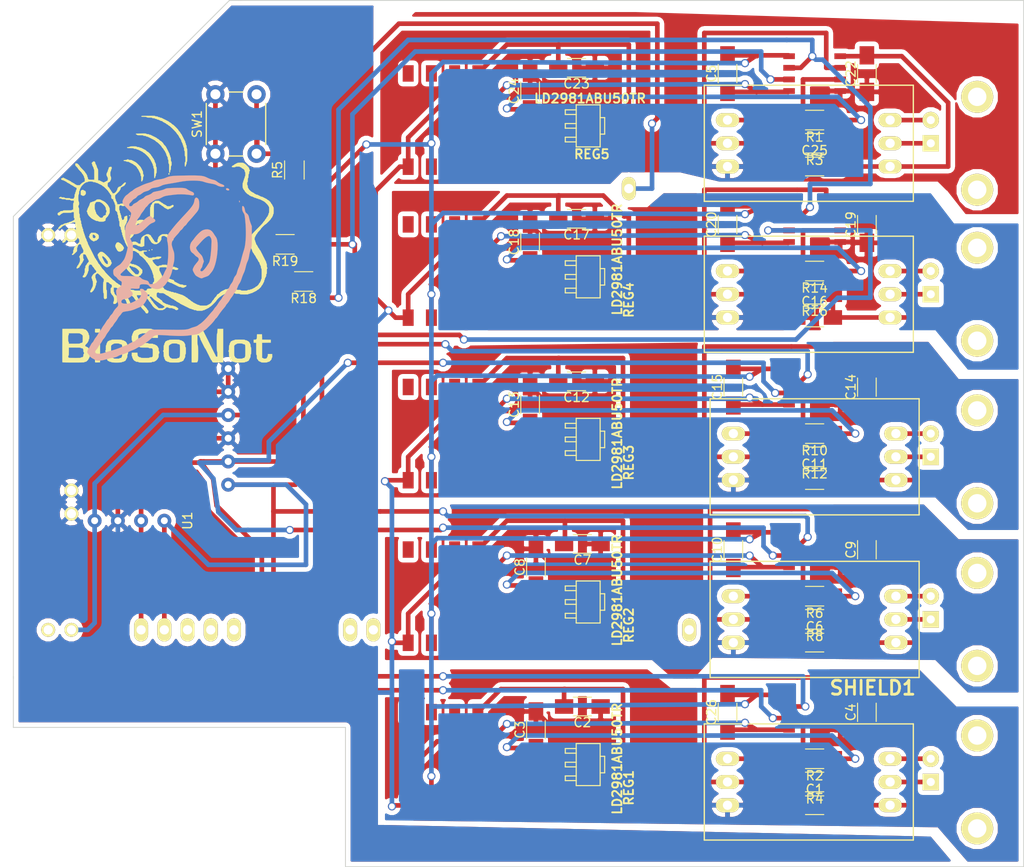
<source format=kicad_pcb>
(kicad_pcb (version 4) (host pcbnew 4.0.6)
  (title_block (title "Tentacle Shield") (rev T1.16) (company "Whitebox Labs") (comment 1 "4 isolation, Dual Bus Design"))
  (layers (0 F.Cu signal) (31 B.Cu signal) (34 B.Paste user) (35 F.Paste user) (36 B.SilkS user) (37 F.SilkS user) (38 B.Mask user) (39 F.Mask user) (44 Edge.Cuts user))
  (net 0 "")
  (net 1 GND)
  (net 2 GND_ISO1)
  (net 3 GND_ISO2)
  (net 4 GND_ISO3)
  (net 5 GND_ISO4)
  (net 6 VCC)
  (net 7 V_ISO1)
  (net 8 V_ISO2)
  (net 9 V_ISO3)
  (net 10 V_ISO4)
  (net 11 "Net-(C2-Pad2)")
  (net 12 "Net-(C7-Pad2)")
  (net 13 "Net-(C12-Pad2)")
  (net 14 "Net-(C17-Pad2)")
  (net 15 "Net-(P1-Pad1)")
  (net 16 "Net-(P1-Pad2)")
  (net 17 "Net-(P2-Pad1)")
  (net 18 "Net-(P2-Pad2)")
  (net 19 "Net-(P3-Pad1)")
  (net 20 "Net-(P3-Pad2)")
  (net 21 "Net-(P4-Pad1)")
  (net 22 "Net-(P4-Pad2)")
  (net 23 "Net-(R2-Pad2)")
  (net 24 "Net-(R4-Pad2)")
  (net 25 "Net-(R6-Pad2)")
  (net 26 "Net-(R8-Pad2)")
  (net 27 "Net-(R10-Pad2)")
  (net 28 "Net-(R12-Pad2)")
  (net 29 "Net-(R14-Pad2)")
  (net 30 "Net-(R16-Pad2)")
  (net 31 "Net-(DCDC1-Pad3)")
  (net 32 "Net-(DCDC1-Pad6)")
  (net 33 "Net-(DCDC1-Pad7)")
  (net 34 "Net-(DCDC1-Pad8)")
  (net 35 "Net-(DCDC2-Pad3)")
  (net 36 "Net-(DCDC2-Pad6)")
  (net 37 "Net-(DCDC2-Pad7)")
  (net 38 "Net-(DCDC2-Pad8)")
  (net 39 "Net-(DCDC3-Pad3)")
  (net 40 "Net-(DCDC3-Pad6)")
  (net 41 "Net-(DCDC3-Pad7)")
  (net 42 "Net-(DCDC3-Pad8)")
  (net 43 "Net-(DCDC4-Pad3)")
  (net 44 "Net-(DCDC4-Pad6)")
  (net 45 "Net-(DCDC4-Pad7)")
  (net 46 "Net-(DCDC4-Pad8)")
  (net 47 GND_ISO5)
  (net 48 V_ISO5)
  (net 49 "Net-(C23-Pad2)")
  (net 50 "Net-(DCDC5-Pad3)")
  (net 51 "Net-(DCDC5-Pad6)")
  (net 52 "Net-(DCDC5-Pad7)")
  (net 53 "Net-(DCDC5-Pad8)")
  (net 54 "Net-(P5-Pad1)")
  (net 55 "Net-(P5-Pad2)")
  (net 56 "Net-(R1-Pad2)")
  (net 57 "Net-(R3-Pad2)")
  (net 58 "Net-(R18-Pad1)")
  (net 59 "Net-(R19-Pad1)")
  (net 60 "Net-(SHIELD1-Pad17)")
  (net 61 "Net-(SHIELD1-Pad18)")
  (net 62 "Net-(SHIELD1-Pad19)")
  (net 63 "Net-(SHIELD1-Pad0)")
  (net 64 "Net-(SHIELD1-Pad1)")
  (net 65 "Net-(R5-Pad2)")
  (net 66 "Net-(SHIELD1-PadGND3)")
  (module tentacle:c_tant_X (layer F.Cu) (at 155.067 83.185 270)
    (fp_text reference C21 hide)
    (fp_text value 470µF hide)
    (pad 1 smd rect (at 2.99974 0 270) (size 2.55016 2.70002) (layers F.Cu F.Paste F.Mask) (net 6 VCC))
    (pad 2 smd rect (at -2.99974 0 270) (size 2.55016 3.79984) (layers F.Cu F.Paste F.Mask) (net 1 GND))
  )
  (module tentacle:R1SE_0505 (layer F.Cu) (at 179.959 134.874)
    (fp_text reference DCDC1 hide)
    (fp_text value R1SE_0505 hide)
    (pad 1 smd rect (at -3.81 5.1) (size 1.2 1.8) (layers F.Cu F.Paste F.Mask) (net 1 GND))
    (pad 2 smd rect (at -1.27 5.1) (size 1.2 1.8) (layers F.Cu F.Paste F.Mask) (net 6 VCC))
    (pad 3 smd rect (at 1.27 5.1) (size 1.2 1.8) (layers F.Cu F.Paste F.Mask) (net 31 "Net-(DCDC1-Pad3)"))
    (pad 4 smd rect (at 3.81 5.1) (size 1.2 1.8) (layers F.Cu F.Paste F.Mask) (net 2 GND_ISO1))
    (pad 5 smd rect (at 3.81 -5.1) (size 1.2 1.8) (layers F.Cu F.Paste F.Mask) (net 11 "Net-(C2-Pad2)"))
    (pad 6 smd rect (at 1.27 -5.1) (size 1.2 1.8) (layers F.Cu F.Paste F.Mask) (net 32 "Net-(DCDC1-Pad6)"))
    (pad 7 smd rect (at -1.27 -5.1) (size 1.2 1.8) (layers F.Cu F.Paste F.Mask) (net 33 "Net-(DCDC1-Pad7)"))
    (pad 8 smd rect (at -3.81 -5.1) (size 1.2 1.8) (layers F.Cu F.Paste F.Mask) (net 34 "Net-(DCDC1-Pad8)"))
  )
  (module tentacle:R1SE_0505 (layer F.Cu) (at 179.959 117.094)
    (fp_text reference DCDC2 hide)
    (fp_text value R1SE_0505 hide)
    (pad 1 smd rect (at -3.81 5.1) (size 1.2 1.8) (layers F.Cu F.Paste F.Mask) (net 1 GND))
    (pad 2 smd rect (at -1.27 5.1) (size 1.2 1.8) (layers F.Cu F.Paste F.Mask) (net 6 VCC))
    (pad 3 smd rect (at 1.27 5.1) (size 1.2 1.8) (layers F.Cu F.Paste F.Mask) (net 35 "Net-(DCDC2-Pad3)"))
    (pad 4 smd rect (at 3.81 5.1) (size 1.2 1.8) (layers F.Cu F.Paste F.Mask) (net 3 GND_ISO2))
    (pad 5 smd rect (at 3.81 -5.1) (size 1.2 1.8) (layers F.Cu F.Paste F.Mask) (net 12 "Net-(C7-Pad2)"))
    (pad 6 smd rect (at 1.27 -5.1) (size 1.2 1.8) (layers F.Cu F.Paste F.Mask) (net 36 "Net-(DCDC2-Pad6)"))
    (pad 7 smd rect (at -1.27 -5.1) (size 1.2 1.8) (layers F.Cu F.Paste F.Mask) (net 37 "Net-(DCDC2-Pad7)"))
    (pad 8 smd rect (at -3.81 -5.1) (size 1.2 1.8) (layers F.Cu F.Paste F.Mask) (net 38 "Net-(DCDC2-Pad8)"))
  )
  (module tentacle:R1SE_0505 (layer F.Cu) (at 179.959 99.314)
    (fp_text reference DCDC3 hide)
    (fp_text value R1SE_0505 hide)
    (pad 1 smd rect (at -3.81 5.1) (size 1.2 1.8) (layers F.Cu F.Paste F.Mask) (net 1 GND))
    (pad 2 smd rect (at -1.27 5.1) (size 1.2 1.8) (layers F.Cu F.Paste F.Mask) (net 6 VCC))
    (pad 3 smd rect (at 1.27 5.1) (size 1.2 1.8) (layers F.Cu F.Paste F.Mask) (net 39 "Net-(DCDC3-Pad3)"))
    (pad 4 smd rect (at 3.81 5.1) (size 1.2 1.8) (layers F.Cu F.Paste F.Mask) (net 4 GND_ISO3))
    (pad 5 smd rect (at 3.81 -5.1) (size 1.2 1.8) (layers F.Cu F.Paste F.Mask) (net 13 "Net-(C12-Pad2)"))
    (pad 6 smd rect (at 1.27 -5.1) (size 1.2 1.8) (layers F.Cu F.Paste F.Mask) (net 40 "Net-(DCDC3-Pad6)"))
    (pad 7 smd rect (at -1.27 -5.1) (size 1.2 1.8) (layers F.Cu F.Paste F.Mask) (net 41 "Net-(DCDC3-Pad7)"))
    (pad 8 smd rect (at -3.81 -5.1) (size 1.2 1.8) (layers F.Cu F.Paste F.Mask) (net 42 "Net-(DCDC3-Pad8)"))
  )
  (module tentacle:R1SE_0505 (layer F.Cu) (at 179.959 81.534)
    (fp_text reference DCDC4 hide)
    (fp_text value R1SE_0505 hide)
    (pad 1 smd rect (at -3.81 5.1) (size 1.2 1.8) (layers F.Cu F.Paste F.Mask) (net 1 GND))
    (pad 2 smd rect (at -1.27 5.1) (size 1.2 1.8) (layers F.Cu F.Paste F.Mask) (net 6 VCC))
    (pad 3 smd rect (at 1.27 5.1) (size 1.2 1.8) (layers F.Cu F.Paste F.Mask) (net 43 "Net-(DCDC4-Pad3)"))
    (pad 4 smd rect (at 3.81 5.1) (size 1.2 1.8) (layers F.Cu F.Paste F.Mask) (net 5 GND_ISO4))
    (pad 5 smd rect (at 3.81 -5.1) (size 1.2 1.8) (layers F.Cu F.Paste F.Mask) (net 14 "Net-(C17-Pad2)"))
    (pad 6 smd rect (at 1.27 -5.1) (size 1.2 1.8) (layers F.Cu F.Paste F.Mask) (net 44 "Net-(DCDC4-Pad6)"))
    (pad 7 smd rect (at -1.27 -5.1) (size 1.2 1.8) (layers F.Cu F.Paste F.Mask) (net 45 "Net-(DCDC4-Pad7)"))
    (pad 8 smd rect (at -3.81 -5.1) (size 1.2 1.8) (layers F.Cu F.Paste F.Mask) (net 46 "Net-(DCDC4-Pad8)"))
  )
  (module tentacle:BNC-1337543a (layer F.Cu) (at 238.379 137.414 270)
    (fp_text reference P1 hide)
    (fp_text value BNC hide)
    (pad "" thru_hole circle (at -5.08 0 270) (size 3.5 3.5) (drill 2.01) (layers *.Cu *.Mask F.SilkS))
    (pad "" thru_hole circle (at 5.08 0 270) (size 3.5 3.5) (drill 2.01) (layers *.Cu *.Mask F.SilkS))
    (pad 1 thru_hole rect (at 0 5.08 270) (size 1.8 1.8) (drill 0.89) (layers *.Cu *.Mask F.SilkS) (net 15 "Net-(P1-Pad1)"))
    (pad 2 thru_hole circle (at -2.54 5.08 270) (size 1.8 1.8) (drill 0.89) (layers *.Cu *.Mask F.SilkS) (net 16 "Net-(P1-Pad2)"))
  )
  (module tentacle:BNC-1337543a (layer F.Cu) (at 238.379 119.634 270)
    (fp_text reference P2 hide)
    (fp_text value BNC hide)
    (pad "" thru_hole circle (at -5.08 0 270) (size 3.5 3.5) (drill 2.01) (layers *.Cu *.Mask F.SilkS))
    (pad "" thru_hole circle (at 5.08 0 270) (size 3.5 3.5) (drill 2.01) (layers *.Cu *.Mask F.SilkS))
    (pad 1 thru_hole rect (at 0 5.08 270) (size 1.8 1.8) (drill 0.89) (layers *.Cu *.Mask F.SilkS) (net 17 "Net-(P2-Pad1)"))
    (pad 2 thru_hole circle (at -2.54 5.08 270) (size 1.8 1.8) (drill 0.89) (layers *.Cu *.Mask F.SilkS) (net 18 "Net-(P2-Pad2)"))
  )
  (module tentacle:BNC-1337543a (layer F.Cu) (at 238.379 101.854 270)
    (fp_text reference P3 hide)
    (fp_text value BNC hide)
    (pad "" thru_hole circle (at -5.08 0 270) (size 3.5 3.5) (drill 2.01) (layers *.Cu *.Mask F.SilkS))
    (pad "" thru_hole circle (at 5.08 0 270) (size 3.5 3.5) (drill 2.01) (layers *.Cu *.Mask F.SilkS))
    (pad 1 thru_hole rect (at 0 5.08 270) (size 1.8 1.8) (drill 0.89) (layers *.Cu *.Mask F.SilkS) (net 19 "Net-(P3-Pad1)"))
    (pad 2 thru_hole circle (at -2.54 5.08 270) (size 1.8 1.8) (drill 0.89) (layers *.Cu *.Mask F.SilkS) (net 20 "Net-(P3-Pad2)"))
  )
  (module tentacle:BNC-1337543a (layer F.Cu) (at 238.379 84.074 270)
    (fp_text reference P4 hide)
    (fp_text value BNC hide)
    (pad "" thru_hole circle (at -5.08 0 270) (size 3.5 3.5) (drill 2.01) (layers *.Cu *.Mask F.SilkS))
    (pad "" thru_hole circle (at 5.08 0 270) (size 3.5 3.5) (drill 2.01) (layers *.Cu *.Mask F.SilkS))
    (pad 1 thru_hole rect (at 0 5.08 270) (size 1.8 1.8) (drill 0.89) (layers *.Cu *.Mask F.SilkS) (net 21 "Net-(P4-Pad1)"))
    (pad 2 thru_hole circle (at -2.54 5.08 270) (size 1.8 1.8) (drill 0.89) (layers *.Cu *.Mask F.SilkS) (net 22 "Net-(P4-Pad2)"))
  )
  (module tentacle:sot89 (layer F.Cu) (at 195.834 135.509 270)
    (fp_text reference REG1 (at 2.54 -4.445 450) (layer F.SilkS) (effects (font (size 1.00076 1.00076) (thickness 0.20066))))
    (fp_text value LD2981ABU50TR (at -0.635 -3.175 450) (layer F.SilkS) (effects (font (size 1.00076 1.00076) (thickness 0.20066))))
    (pad 1 smd rect (at -1.50114 1.89992 270) (size 0.70104 1.6002) (layers F.Cu F.Paste F.Mask) (net 7 V_ISO1))
    (pad 2 smd rect (at 0 1.651 270) (size 0.70104 2.10058) (layers F.Cu F.Paste F.Mask) (net 2 GND_ISO1))
    (pad 3 smd rect (at 1.50114 1.89992 270) (size 0.70104 1.6002) (layers F.Cu F.Paste F.Mask) (net 11 "Net-(C2-Pad2)"))
    (pad 2 smd rect (at 0 -0.7493 270) (size 1.99898 2.75082) (layers F.Cu F.Paste F.Mask) (net 2 GND_ISO1))
  )
  (module tentacle:sot89 (layer F.Cu) (at 195.834 117.729 270)
    (fp_text reference REG2 (at 2.54 -4.445 450) (layer F.SilkS) (effects (font (size 1.00076 1.00076) (thickness 0.20066))))
    (fp_text value LD2981ABU50TR (at -1.27 -3.175 450) (layer F.SilkS) (effects (font (size 1.00076 1.00076) (thickness 0.20066))))
    (pad 1 smd rect (at -1.50114 1.89992 270) (size 0.70104 1.6002) (layers F.Cu F.Paste F.Mask) (net 8 V_ISO2))
    (pad 2 smd rect (at 0 1.651 270) (size 0.70104 2.10058) (layers F.Cu F.Paste F.Mask) (net 3 GND_ISO2))
    (pad 3 smd rect (at 1.50114 1.89992 270) (size 0.70104 1.6002) (layers F.Cu F.Paste F.Mask) (net 12 "Net-(C7-Pad2)"))
    (pad 2 smd rect (at 0 -0.7493 270) (size 1.99898 2.75082) (layers F.Cu F.Paste F.Mask) (net 3 GND_ISO2))
  )
  (module tentacle:sot89 (layer F.Cu) (at 195.834 99.949 270)
    (fp_text reference REG3 (at 2.54 -4.445 450) (layer F.SilkS) (effects (font (size 1.00076 1.00076) (thickness 0.20066))))
    (fp_text value LD2981ABU50TR (at -0.635 -3.175 450) (layer F.SilkS) (effects (font (size 1.00076 1.00076) (thickness 0.20066))))
    (pad 1 smd rect (at -1.50114 1.89992 270) (size 0.70104 1.6002) (layers F.Cu F.Paste F.Mask) (net 9 V_ISO3))
    (pad 2 smd rect (at 0 1.651 270) (size 0.70104 2.10058) (layers F.Cu F.Paste F.Mask) (net 4 GND_ISO3))
    (pad 3 smd rect (at 1.50114 1.89992 270) (size 0.70104 1.6002) (layers F.Cu F.Paste F.Mask) (net 13 "Net-(C12-Pad2)"))
    (pad 2 smd rect (at 0 -0.7493 270) (size 1.99898 2.75082) (layers F.Cu F.Paste F.Mask) (net 4 GND_ISO3))
  )
  (module tentacle:sot89 (layer F.Cu) (at 195.834 82.169 270)
    (fp_text reference REG4 (at 2.54 -4.445 450) (layer F.SilkS) (effects (font (size 1.00076 1.00076) (thickness 0.20066))))
    (fp_text value LD2981ABU50TR (at -1.905 -3.175 450) (layer F.SilkS) (effects (font (size 1.00076 1.00076) (thickness 0.20066))))
    (pad 1 smd rect (at -1.50114 1.89992 270) (size 0.70104 1.6002) (layers F.Cu F.Paste F.Mask) (net 10 V_ISO4))
    (pad 2 smd rect (at 0 1.651 270) (size 0.70104 2.10058) (layers F.Cu F.Paste F.Mask) (net 5 GND_ISO4))
    (pad 3 smd rect (at 1.50114 1.89992 270) (size 0.70104 1.6002) (layers F.Cu F.Paste F.Mask) (net 14 "Net-(C17-Pad2)"))
    (pad 2 smd rect (at 0 -0.7493 270) (size 1.99898 2.75082) (layers F.Cu F.Paste F.Mask) (net 5 GND_ISO4))
  )
  (module tentacle:so-8a (layer F.Cu) (at 220.599 129.794 270)
    (fp_text reference SIG_ISO1 hide)
    (fp_text value SI8600 hide)
    (pad 1 smd rect (at -1.905 2.794 270) (size 0.635 1.27) (layers F.Cu F.Paste F.Mask) (net 6 VCC))
    (pad 2 smd rect (at -0.635 2.794 270) (size 0.635 1.27) (layers F.Cu F.Paste F.Mask) (net 58 "Net-(R18-Pad1)"))
    (pad 3 smd rect (at 0.635 2.794 270) (size 0.635 1.27) (layers F.Cu F.Paste F.Mask) (net 59 "Net-(R19-Pad1)"))
    (pad 4 smd rect (at 1.905 2.794 270) (size 0.635 1.27) (layers F.Cu F.Paste F.Mask) (net 1 GND))
    (pad 5 smd rect (at 1.905 -2.794 270) (size 0.635 1.27) (layers F.Cu F.Paste F.Mask) (net 2 GND_ISO1))
    (pad 6 smd rect (at 0.635 -2.794 270) (size 0.635 1.27) (layers F.Cu F.Paste F.Mask) (net 23 "Net-(R2-Pad2)"))
    (pad 7 smd rect (at -0.635 -2.794 270) (size 0.635 1.27) (layers F.Cu F.Paste F.Mask) (net 24 "Net-(R4-Pad2)"))
    (pad 8 smd rect (at -1.905 -2.794 270) (size 0.635 1.27) (layers F.Cu F.Paste F.Mask) (net 7 V_ISO1))
  )
  (module tentacle:so-8a (layer F.Cu) (at 220.599 112.014 270)
    (fp_text reference SIG_ISO2 hide)
    (fp_text value SI8600 hide)
    (pad 1 smd rect (at -1.905 2.794 270) (size 0.635 1.27) (layers F.Cu F.Paste F.Mask) (net 6 VCC))
    (pad 2 smd rect (at -0.635 2.794 270) (size 0.635 1.27) (layers F.Cu F.Paste F.Mask) (net 58 "Net-(R18-Pad1)"))
    (pad 3 smd rect (at 0.635 2.794 270) (size 0.635 1.27) (layers F.Cu F.Paste F.Mask) (net 59 "Net-(R19-Pad1)"))
    (pad 4 smd rect (at 1.905 2.794 270) (size 0.635 1.27) (layers F.Cu F.Paste F.Mask) (net 1 GND))
    (pad 5 smd rect (at 1.905 -2.794 270) (size 0.635 1.27) (layers F.Cu F.Paste F.Mask) (net 3 GND_ISO2))
    (pad 6 smd rect (at 0.635 -2.794 270) (size 0.635 1.27) (layers F.Cu F.Paste F.Mask) (net 25 "Net-(R6-Pad2)"))
    (pad 7 smd rect (at -0.635 -2.794 270) (size 0.635 1.27) (layers F.Cu F.Paste F.Mask) (net 26 "Net-(R8-Pad2)"))
    (pad 8 smd rect (at -1.905 -2.794 270) (size 0.635 1.27) (layers F.Cu F.Paste F.Mask) (net 8 V_ISO2))
  )
  (module tentacle:so-8a (layer F.Cu) (at 220.599 94.234 270)
    (fp_text reference SIG_ISO3 hide)
    (fp_text value SI8600 hide)
    (pad 1 smd rect (at -1.905 2.794 270) (size 0.635 1.27) (layers F.Cu F.Paste F.Mask) (net 6 VCC))
    (pad 2 smd rect (at -0.635 2.794 270) (size 0.635 1.27) (layers F.Cu F.Paste F.Mask) (net 58 "Net-(R18-Pad1)"))
    (pad 3 smd rect (at 0.635 2.794 270) (size 0.635 1.27) (layers F.Cu F.Paste F.Mask) (net 59 "Net-(R19-Pad1)"))
    (pad 4 smd rect (at 1.905 2.794 270) (size 0.635 1.27) (layers F.Cu F.Paste F.Mask) (net 1 GND))
    (pad 5 smd rect (at 1.905 -2.794 270) (size 0.635 1.27) (layers F.Cu F.Paste F.Mask) (net 4 GND_ISO3))
    (pad 6 smd rect (at 0.635 -2.794 270) (size 0.635 1.27) (layers F.Cu F.Paste F.Mask) (net 27 "Net-(R10-Pad2)"))
    (pad 7 smd rect (at -0.635 -2.794 270) (size 0.635 1.27) (layers F.Cu F.Paste F.Mask) (net 28 "Net-(R12-Pad2)"))
    (pad 8 smd rect (at -1.905 -2.794 270) (size 0.635 1.27) (layers F.Cu F.Paste F.Mask) (net 9 V_ISO3))
  )
  (module tentacle:so-8a (layer F.Cu) (at 220.599 76.454 270)
    (fp_text reference SIG_ISO4 hide)
    (fp_text value SI8600 hide)
    (pad 1 smd rect (at -1.905 2.794 270) (size 0.635 1.27) (layers F.Cu F.Paste F.Mask) (net 6 VCC))
    (pad 2 smd rect (at -0.635 2.794 270) (size 0.635 1.27) (layers F.Cu F.Paste F.Mask) (net 58 "Net-(R18-Pad1)"))
    (pad 3 smd rect (at 0.635 2.794 270) (size 0.635 1.27) (layers F.Cu F.Paste F.Mask) (net 59 "Net-(R19-Pad1)"))
    (pad 4 smd rect (at 1.905 2.794 270) (size 0.635 1.27) (layers F.Cu F.Paste F.Mask) (net 1 GND))
    (pad 5 smd rect (at 1.905 -2.794 270) (size 0.635 1.27) (layers F.Cu F.Paste F.Mask) (net 5 GND_ISO4))
    (pad 6 smd rect (at 0.635 -2.794 270) (size 0.635 1.27) (layers F.Cu F.Paste F.Mask) (net 29 "Net-(R14-Pad2)"))
    (pad 7 smd rect (at -0.635 -2.794 270) (size 0.635 1.27) (layers F.Cu F.Paste F.Mask) (net 30 "Net-(R16-Pad2)"))
    (pad 8 smd rect (at -1.905 -2.794 270) (size 0.635 1.27) (layers F.Cu F.Paste F.Mask) (net 10 V_ISO4))
  )
  (module tentacle:Atlas_Stamp (layer F.Cu) (at 219.964 137.414 90)
    (fp_text reference STP1 hide)
    (fp_text value ATLAS_STAMP hide)
    (pad 1 thru_hole oval (at -2.54 -8.89 90) (size 1.542 2.54) (drill 1.016) (layers *.Cu *.Mask F.SilkS) (net 2 GND_ISO1))
    (pad 2 thru_hole oval (at 0 -8.89 90) (size 1.524 2.54) (drill 1.016) (layers *.Cu *.Mask F.SilkS) (net 24 "Net-(R4-Pad2)"))
    (pad 3 thru_hole oval (at 2.54 -8.89 90) (size 1.524 2.54) (drill 1.016) (layers *.Cu *.Mask F.SilkS) (net 23 "Net-(R2-Pad2)"))
    (pad 4 thru_hole oval (at -2.54 8.89 90) (size 1.524 2.54) (drill 1.016) (layers *.Cu *.Mask F.SilkS) (net 7 V_ISO1))
    (pad 5 thru_hole oval (at 0 8.89 90) (size 1.524 2.54) (drill 1.016) (layers *.Cu *.Mask F.SilkS) (net 15 "Net-(P1-Pad1)"))
    (pad 6 thru_hole oval (at 2.54 8.89 90) (size 1.524 2.54) (drill 1.016) (layers *.Cu *.Mask F.SilkS) (net 16 "Net-(P1-Pad2)"))
  )
  (module tentacle:Atlas_Stamp (layer F.Cu) (at 220.599 119.634 90)
    (fp_text reference STP2 hide)
    (fp_text value ATLAS_STAMP hide)
    (pad 1 thru_hole oval (at -2.54 -8.89 90) (size 1.542 2.54) (drill 1.016) (layers *.Cu *.Mask F.SilkS) (net 3 GND_ISO2))
    (pad 2 thru_hole oval (at 0 -8.89 90) (size 1.524 2.54) (drill 1.016) (layers *.Cu *.Mask F.SilkS) (net 26 "Net-(R8-Pad2)"))
    (pad 3 thru_hole oval (at 2.54 -8.89 90) (size 1.524 2.54) (drill 1.016) (layers *.Cu *.Mask F.SilkS) (net 25 "Net-(R6-Pad2)"))
    (pad 4 thru_hole oval (at -2.54 8.89 90) (size 1.524 2.54) (drill 1.016) (layers *.Cu *.Mask F.SilkS) (net 8 V_ISO2))
    (pad 5 thru_hole oval (at 0 8.89 90) (size 1.524 2.54) (drill 1.016) (layers *.Cu *.Mask F.SilkS) (net 17 "Net-(P2-Pad1)"))
    (pad 6 thru_hole oval (at 2.54 8.89 90) (size 1.524 2.54) (drill 1.016) (layers *.Cu *.Mask F.SilkS) (net 18 "Net-(P2-Pad2)"))
  )
  (module tentacle:Atlas_Stamp (layer F.Cu) (at 220.599 101.854 90)
    (fp_text reference STP3 hide)
    (fp_text value ATLAS_STAMP hide)
    (pad 1 thru_hole oval (at -2.54 -8.89 90) (size 1.542 2.54) (drill 1.016) (layers *.Cu *.Mask F.SilkS) (net 4 GND_ISO3))
    (pad 2 thru_hole oval (at 0 -8.89 90) (size 1.524 2.54) (drill 1.016) (layers *.Cu *.Mask F.SilkS) (net 28 "Net-(R12-Pad2)"))
    (pad 3 thru_hole oval (at 2.54 -8.89 90) (size 1.524 2.54) (drill 1.016) (layers *.Cu *.Mask F.SilkS) (net 27 "Net-(R10-Pad2)"))
    (pad 4 thru_hole oval (at -2.54 8.89 90) (size 1.524 2.54) (drill 1.016) (layers *.Cu *.Mask F.SilkS) (net 9 V_ISO3))
    (pad 5 thru_hole oval (at 0 8.89 90) (size 1.524 2.54) (drill 1.016) (layers *.Cu *.Mask F.SilkS) (net 19 "Net-(P3-Pad1)"))
    (pad 6 thru_hole oval (at 2.54 8.89 90) (size 1.524 2.54) (drill 1.016) (layers *.Cu *.Mask F.SilkS) (net 20 "Net-(P3-Pad2)"))
  )
  (module tentacle:Atlas_Stamp (layer F.Cu) (at 219.964 84.074 90)
    (fp_text reference STP4 hide)
    (fp_text value ATLAS_STAMP hide)
    (pad 1 thru_hole oval (at -2.54 -8.89 90) (size 1.542 2.54) (drill 1.016) (layers *.Cu *.Mask F.SilkS) (net 5 GND_ISO4))
    (pad 2 thru_hole oval (at 0 -8.89 90) (size 1.524 2.54) (drill 1.016) (layers *.Cu *.Mask F.SilkS) (net 30 "Net-(R16-Pad2)"))
    (pad 3 thru_hole oval (at 2.54 -8.89 90) (size 1.524 2.54) (drill 1.016) (layers *.Cu *.Mask F.SilkS) (net 29 "Net-(R14-Pad2)"))
    (pad 4 thru_hole oval (at -2.54 8.89 90) (size 1.524 2.54) (drill 1.016) (layers *.Cu *.Mask F.SilkS) (net 10 V_ISO4))
    (pad 5 thru_hole oval (at 0 8.89 90) (size 1.524 2.54) (drill 1.016) (layers *.Cu *.Mask F.SilkS) (net 21 "Net-(P4-Pad1)"))
    (pad 6 thru_hole oval (at 2.54 8.89 90) (size 1.524 2.54) (drill 1.016) (layers *.Cu *.Mask F.SilkS) (net 22 "Net-(P4-Pad2)"))
  )
  (module tentacle:R1SE_0505 (layer F.Cu) (at 179.959 65.024)
    (fp_text reference DCDC5 hide)
    (fp_text value R1SE_0505 hide)
    (pad 1 smd rect (at -3.81 5.1) (size 1.2 1.8) (layers F.Cu F.Paste F.Mask) (net 1 GND))
    (pad 2 smd rect (at -1.27 5.1) (size 1.2 1.8) (layers F.Cu F.Paste F.Mask) (net 6 VCC))
    (pad 3 smd rect (at 1.27 5.1) (size 1.2 1.8) (layers F.Cu F.Paste F.Mask) (net 50 "Net-(DCDC5-Pad3)"))
    (pad 4 smd rect (at 3.81 5.1) (size 1.2 1.8) (layers F.Cu F.Paste F.Mask) (net 47 GND_ISO5))
    (pad 5 smd rect (at 3.81 -5.1) (size 1.2 1.8) (layers F.Cu F.Paste F.Mask) (net 49 "Net-(C23-Pad2)"))
    (pad 6 smd rect (at 1.27 -5.1) (size 1.2 1.8) (layers F.Cu F.Paste F.Mask) (net 51 "Net-(DCDC5-Pad6)"))
    (pad 7 smd rect (at -1.27 -5.1) (size 1.2 1.8) (layers F.Cu F.Paste F.Mask) (net 52 "Net-(DCDC5-Pad7)"))
    (pad 8 smd rect (at -3.81 -5.1) (size 1.2 1.8) (layers F.Cu F.Paste F.Mask) (net 53 "Net-(DCDC5-Pad8)"))
  )
  (module tentacle:BNC-1337543a (layer F.Cu) (at 238.379 67.564 270)
    (fp_text reference P5 hide)
    (fp_text value BNC hide)
    (pad "" thru_hole circle (at -5.08 0 270) (size 3.5 3.5) (drill 2.01) (layers *.Cu *.Mask F.SilkS))
    (pad "" thru_hole circle (at 5.08 0 270) (size 3.5 3.5) (drill 2.01) (layers *.Cu *.Mask F.SilkS))
    (pad 1 thru_hole rect (at 0 5.08 270) (size 1.8 1.8) (drill 0.89) (layers *.Cu *.Mask F.SilkS) (net 54 "Net-(P5-Pad1)"))
    (pad 2 thru_hole circle (at -2.54 5.08 270) (size 1.8 1.8) (drill 0.89) (layers *.Cu *.Mask F.SilkS) (net 55 "Net-(P5-Pad2)"))
  )
  (module tentacle:sot89 (layer F.Cu) (at 195.834 65.659 270)
    (fp_text reference REG5 (at 3.0988 -0.39878 360) (layer F.SilkS) (effects (font (size 1.00076 1.00076) (thickness 0.20066))))
    (fp_text value LD2981ABU50TR (at -2.99974 -0.20066 360) (layer F.SilkS) (effects (font (size 1.00076 1.00076) (thickness 0.20066))))
    (pad 1 smd rect (at -1.50114 1.89992 270) (size 0.70104 1.6002) (layers F.Cu F.Paste F.Mask) (net 48 V_ISO5))
    (pad 2 smd rect (at 0 1.651 270) (size 0.70104 2.10058) (layers F.Cu F.Paste F.Mask) (net 47 GND_ISO5))
    (pad 3 smd rect (at 1.50114 1.89992 270) (size 0.70104 1.6002) (layers F.Cu F.Paste F.Mask) (net 49 "Net-(C23-Pad2)"))
    (pad 2 smd rect (at 0 -0.7493 270) (size 1.99898 2.75082) (layers F.Cu F.Paste F.Mask) (net 47 GND_ISO5))
  )
  (module tentacle:so-8a (layer F.Cu) (at 220.599 59.944 270)
    (fp_text reference SIG_ISO5 hide)
    (fp_text value SI8600 hide)
    (pad 1 smd rect (at -1.905 2.794 270) (size 0.635 1.27) (layers F.Cu F.Paste F.Mask) (net 6 VCC))
    (pad 2 smd rect (at -0.635 2.794 270) (size 0.635 1.27) (layers F.Cu F.Paste F.Mask) (net 58 "Net-(R18-Pad1)"))
    (pad 3 smd rect (at 0.635 2.794 270) (size 0.635 1.27) (layers F.Cu F.Paste F.Mask) (net 59 "Net-(R19-Pad1)"))
    (pad 4 smd rect (at 1.905 2.794 270) (size 0.635 1.27) (layers F.Cu F.Paste F.Mask) (net 1 GND))
    (pad 5 smd rect (at 1.905 -2.794 270) (size 0.635 1.27) (layers F.Cu F.Paste F.Mask) (net 47 GND_ISO5))
    (pad 6 smd rect (at 0.635 -2.794 270) (size 0.635 1.27) (layers F.Cu F.Paste F.Mask) (net 56 "Net-(R1-Pad2)"))
    (pad 7 smd rect (at -0.635 -2.794 270) (size 0.635 1.27) (layers F.Cu F.Paste F.Mask) (net 57 "Net-(R3-Pad2)"))
    (pad 8 smd rect (at -1.905 -2.794 270) (size 0.635 1.27) (layers F.Cu F.Paste F.Mask) (net 48 V_ISO5))
  )
  (module tentacle:Atlas_Stamp (layer F.Cu) (at 219.964 67.564 90)
    (fp_text reference STP5 hide)
    (fp_text value ATLAS_STAMP hide)
    (pad 1 thru_hole oval (at -2.54 -8.89 90) (size 1.542 2.54) (drill 1.016) (layers *.Cu *.Mask F.SilkS) (net 47 GND_ISO5))
    (pad 2 thru_hole oval (at 0 -8.89 90) (size 1.524 2.54) (drill 1.016) (layers *.Cu *.Mask F.SilkS) (net 57 "Net-(R3-Pad2)"))
    (pad 3 thru_hole oval (at 2.54 -8.89 90) (size 1.524 2.54) (drill 1.016) (layers *.Cu *.Mask F.SilkS) (net 56 "Net-(R1-Pad2)"))
    (pad 4 thru_hole oval (at -2.54 8.89 90) (size 1.524 2.54) (drill 1.016) (layers *.Cu *.Mask F.SilkS) (net 48 V_ISO5))
    (pad 5 thru_hole oval (at 0 8.89 90) (size 1.524 2.54) (drill 1.016) (layers *.Cu *.Mask F.SilkS) (net 54 "Net-(P5-Pad1)"))
    (pad 6 thru_hole oval (at 2.54 8.89 90) (size 1.524 2.54) (drill 1.016) (layers *.Cu *.Mask F.SilkS) (net 55 "Net-(P5-Pad2)"))
  )
  (module Resistors_SMD:R_1206_HandSoldering (layer F.Cu) (at 162.687 78.613 180)
    (fp_text reference R19 (at 0 -1.85 180) (layer F.SilkS))
    (fp_text value 4.7K)
    (pad 1 smd rect (at -2 0 180) (size 2 1.7) (layers F.Cu F.Paste F.Mask) (net 59 "Net-(R19-Pad1)"))
    (pad 2 smd rect (at 2 0 180) (size 2 1.7) (layers F.Cu F.Paste F.Mask) (net 6 VCC))
  )
  (module Capacitors_SMD:C_1206_HandSoldering (layer F.Cu) (at 194.564 75.819 180)
    (fp_text reference C17 (at 0 -1.75 180) (layer F.SilkS))
    (fp_text value 1µF)
    (pad 1 smd rect (at -2 0 180) (size 2 1.6) (layers F.Cu F.Paste F.Mask) (net 5 GND_ISO4))
    (pad 2 smd rect (at 2 0 180) (size 2 1.6) (layers F.Cu F.Paste F.Mask) (net 14 "Net-(C17-Pad2)"))
  )
  (module Capacitors_SMD:C_1206_HandSoldering (layer F.Cu) (at 189.484 78.359 90)
    (fp_text reference C18 (at 0 -1.75 90) (layer F.SilkS))
    (fp_text value 2.2µF)
    (pad 1 smd rect (at -2 0 90) (size 2 1.6) (layers F.Cu F.Paste F.Mask) (net 10 V_ISO4))
    (pad 2 smd rect (at 2 0 90) (size 2 1.6) (layers F.Cu F.Paste F.Mask) (net 5 GND_ISO4))
  )
  (module Capacitors_SMD:C_1206_HandSoldering (layer F.Cu) (at 220.599 139.954)
    (fp_text reference C1 (at 0 -1.75) (layer F.SilkS))
    (fp_text value 1µF)
    (pad 1 smd rect (at -2 0) (size 2 1.6) (layers F.Cu F.Paste F.Mask) (net 2 GND_ISO1))
    (pad 2 smd rect (at 2 0) (size 2 1.6) (layers F.Cu F.Paste F.Mask) (net 7 V_ISO1))
  )
  (module Capacitors_SMD:C_1206_HandSoldering (layer F.Cu) (at 195.199 129.159 180)
    (fp_text reference C2 (at 0 -1.75 180) (layer F.SilkS))
    (fp_text value 1µF)
    (pad 1 smd rect (at -2 0 180) (size 2 1.6) (layers F.Cu F.Paste F.Mask) (net 2 GND_ISO1))
    (pad 2 smd rect (at 2 0 180) (size 2 1.6) (layers F.Cu F.Paste F.Mask) (net 11 "Net-(C2-Pad2)"))
  )
  (module Capacitors_SMD:C_1206_HandSoldering (layer F.Cu) (at 190.119 131.699 90)
    (fp_text reference C3 (at 0 -1.75 90) (layer F.SilkS))
    (fp_text value 2.2µF)
    (pad 1 smd rect (at -2 0 90) (size 2 1.6) (layers F.Cu F.Paste F.Mask) (net 7 V_ISO1))
    (pad 2 smd rect (at 2 0 90) (size 2 1.6) (layers F.Cu F.Paste F.Mask) (net 2 GND_ISO1))
  )
  (module Capacitors_SMD:C_1206_HandSoldering (layer F.Cu) (at 226.314 129.794 90)
    (fp_text reference C4 (at 0 -1.75 90) (layer F.SilkS))
    (fp_text value ".1 µF")
    (pad 1 smd rect (at -2 0 90) (size 2 1.6) (layers F.Cu F.Paste F.Mask) (net 2 GND_ISO1))
    (pad 2 smd rect (at 2 0 90) (size 2 1.6) (layers F.Cu F.Paste F.Mask) (net 7 V_ISO1))
  )
  (module Capacitors_SMD:C_1206_HandSoldering (layer F.Cu) (at 211.074 59.944 90)
    (fp_text reference C5 (at 0 -1.75 90) (layer F.SilkS))
    (fp_text value "0.1 µF")
    (pad 1 smd rect (at -2 0 90) (size 2 1.6) (layers F.Cu F.Paste F.Mask) (net 1 GND))
    (pad 2 smd rect (at 2 0 90) (size 2 1.6) (layers F.Cu F.Paste F.Mask) (net 6 VCC))
  )
  (module Capacitors_SMD:C_1206_HandSoldering (layer F.Cu) (at 220.599 122.174)
    (fp_text reference C6 (at 0 -1.75) (layer F.SilkS))
    (fp_text value 1µF)
    (pad 1 smd rect (at -2 0) (size 2 1.6) (layers F.Cu F.Paste F.Mask) (net 3 GND_ISO2))
    (pad 2 smd rect (at 2 0) (size 2 1.6) (layers F.Cu F.Paste F.Mask) (net 8 V_ISO2))
  )
  (module Capacitors_SMD:C_1206_HandSoldering (layer F.Cu) (at 195.199 111.379 180)
    (fp_text reference C7 (at 0 -1.75 180) (layer F.SilkS))
    (fp_text value 1µF)
    (pad 1 smd rect (at -2 0 180) (size 2 1.6) (layers F.Cu F.Paste F.Mask) (net 3 GND_ISO2))
    (pad 2 smd rect (at 2 0 180) (size 2 1.6) (layers F.Cu F.Paste F.Mask) (net 12 "Net-(C7-Pad2)"))
  )
  (module Capacitors_SMD:C_1206_HandSoldering (layer F.Cu) (at 190.119 113.919 90)
    (fp_text reference C8 (at 0 -1.75 90) (layer F.SilkS))
    (fp_text value 2.2µF)
    (pad 1 smd rect (at -2 0 90) (size 2 1.6) (layers F.Cu F.Paste F.Mask) (net 8 V_ISO2))
    (pad 2 smd rect (at 2 0 90) (size 2 1.6) (layers F.Cu F.Paste F.Mask) (net 3 GND_ISO2))
  )
  (module Capacitors_SMD:C_1206_HandSoldering (layer F.Cu) (at 226.314 112.014 90)
    (fp_text reference C9 (at 0 -1.75 90) (layer F.SilkS))
    (fp_text value ".1 µF")
    (pad 1 smd rect (at -2 0 90) (size 2 1.6) (layers F.Cu F.Paste F.Mask) (net 3 GND_ISO2))
    (pad 2 smd rect (at 2 0 90) (size 2 1.6) (layers F.Cu F.Paste F.Mask) (net 8 V_ISO2))
  )
  (module Capacitors_SMD:C_1206_HandSoldering (layer F.Cu) (at 211.709 112.014 90)
    (fp_text reference C10 (at 0 -1.75 90) (layer F.SilkS))
    (fp_text value "0.1 µF")
    (pad 1 smd rect (at -2 0 90) (size 2 1.6) (layers F.Cu F.Paste F.Mask) (net 1 GND))
    (pad 2 smd rect (at 2 0 90) (size 2 1.6) (layers F.Cu F.Paste F.Mask) (net 6 VCC))
  )
  (module Capacitors_SMD:C_1206_HandSoldering (layer F.Cu) (at 220.599 104.394)
    (fp_text reference C11 (at 0 -1.75) (layer F.SilkS))
    (fp_text value 1µF)
    (pad 1 smd rect (at -2 0) (size 2 1.6) (layers F.Cu F.Paste F.Mask) (net 4 GND_ISO3))
    (pad 2 smd rect (at 2 0) (size 2 1.6) (layers F.Cu F.Paste F.Mask) (net 9 V_ISO3))
  )
  (module Capacitors_SMD:C_1206_HandSoldering (layer F.Cu) (at 194.564 93.599 180)
    (fp_text reference C12 (at 0 -1.75 180) (layer F.SilkS))
    (fp_text value 1µF)
    (pad 1 smd rect (at -2 0 180) (size 2 1.6) (layers F.Cu F.Paste F.Mask) (net 4 GND_ISO3))
    (pad 2 smd rect (at 2 0 180) (size 2 1.6) (layers F.Cu F.Paste F.Mask) (net 13 "Net-(C12-Pad2)"))
  )
  (module Capacitors_SMD:C_1206_HandSoldering (layer F.Cu) (at 189.484 96.139 90)
    (fp_text reference C13 (at 0 -1.75 90) (layer F.SilkS))
    (fp_text value 2.2µF)
    (pad 1 smd rect (at -2 0 90) (size 2 1.6) (layers F.Cu F.Paste F.Mask) (net 9 V_ISO3))
    (pad 2 smd rect (at 2 0 90) (size 2 1.6) (layers F.Cu F.Paste F.Mask) (net 4 GND_ISO3))
  )
  (module Capacitors_SMD:C_1206_HandSoldering (layer F.Cu) (at 226.314 94.234 90)
    (fp_text reference C14 (at 0 -1.75 90) (layer F.SilkS))
    (fp_text value ".1 µF")
    (pad 1 smd rect (at -2 0 90) (size 2 1.6) (layers F.Cu F.Paste F.Mask) (net 4 GND_ISO3))
    (pad 2 smd rect (at 2 0 90) (size 2 1.6) (layers F.Cu F.Paste F.Mask) (net 9 V_ISO3))
  )
  (module Capacitors_SMD:C_1206_HandSoldering (layer F.Cu) (at 211.709 94.234 90)
    (fp_text reference C15 (at 0 -1.75 90) (layer F.SilkS))
    (fp_text value "0.1 µF")
    (pad 1 smd rect (at -2 0 90) (size 2 1.6) (layers F.Cu F.Paste F.Mask) (net 1 GND))
    (pad 2 smd rect (at 2 0 90) (size 2 1.6) (layers F.Cu F.Paste F.Mask) (net 6 VCC))
  )
  (module Capacitors_SMD:C_1206_HandSoldering (layer F.Cu) (at 226.314 59.944 90)
    (fp_text reference C22 (at 0 -1.75 90) (layer F.SilkS))
    (fp_text value 1µF)
    (pad 1 smd rect (at -2 0 90) (size 2 1.6) (layers F.Cu F.Paste F.Mask) (net 47 GND_ISO5))
    (pad 2 smd rect (at 2 0 90) (size 2 1.6) (layers F.Cu F.Paste F.Mask) (net 48 V_ISO5))
  )
  (module Capacitors_SMD:C_1206_HandSoldering (layer F.Cu) (at 194.564 59.309 180)
    (fp_text reference C23 (at 0 -1.75 180) (layer F.SilkS))
    (fp_text value 1µF)
    (pad 1 smd rect (at -2 0 180) (size 2 1.6) (layers F.Cu F.Paste F.Mask) (net 47 GND_ISO5))
    (pad 2 smd rect (at 2 0 180) (size 2 1.6) (layers F.Cu F.Paste F.Mask) (net 49 "Net-(C23-Pad2)"))
  )
  (module Capacitors_SMD:C_1206_HandSoldering (layer F.Cu) (at 189.484 61.849 90)
    (fp_text reference C24 (at 0 -1.75 90) (layer F.SilkS))
    (fp_text value 2.2µF)
    (pad 1 smd rect (at -2 0 90) (size 2 1.6) (layers F.Cu F.Paste F.Mask) (net 48 V_ISO5))
    (pad 2 smd rect (at 2 0 90) (size 2 1.6) (layers F.Cu F.Paste F.Mask) (net 47 GND_ISO5))
  )
  (module Capacitors_SMD:C_1206_HandSoldering (layer F.Cu) (at 220.599 70.104)
    (fp_text reference C25 (at 0 -1.75) (layer F.SilkS))
    (fp_text value ".1 µF")
    (pad 1 smd rect (at -2 0) (size 2 1.6) (layers F.Cu F.Paste F.Mask) (net 47 GND_ISO5))
    (pad 2 smd rect (at 2 0) (size 2 1.6) (layers F.Cu F.Paste F.Mask) (net 48 V_ISO5))
  )
  (module Capacitors_SMD:C_1206_HandSoldering (layer F.Cu) (at 211.074 129.794 90)
    (fp_text reference C26 (at 0 -1.75 90) (layer F.SilkS))
    (fp_text value "0.1 µF")
    (pad 1 smd rect (at -2 0 90) (size 2 1.6) (layers F.Cu F.Paste F.Mask) (net 1 GND))
    (pad 2 smd rect (at 2 0 90) (size 2 1.6) (layers F.Cu F.Paste F.Mask) (net 6 VCC))
  )
  (module Resistors_SMD:R_1206_HandSoldering (layer F.Cu) (at 220.599 65.024 180)
    (fp_text reference R1 (at 0 -1.85 180) (layer F.SilkS))
    (fp_text value 4.7K)
    (pad 1 smd rect (at -2 0 180) (size 2 1.7) (layers F.Cu F.Paste F.Mask) (net 48 V_ISO5))
    (pad 2 smd rect (at 2 0 180) (size 2 1.7) (layers F.Cu F.Paste F.Mask) (net 56 "Net-(R1-Pad2)"))
  )
  (module Resistors_SMD:R_1206_HandSoldering (layer F.Cu) (at 220.599 134.874 180)
    (fp_text reference R2 (at 0 -1.85 180) (layer F.SilkS))
    (fp_text value 4.7K)
    (pad 1 smd rect (at -2 0 180) (size 2 1.7) (layers F.Cu F.Paste F.Mask) (net 7 V_ISO1))
    (pad 2 smd rect (at 2 0 180) (size 2 1.7) (layers F.Cu F.Paste F.Mask) (net 23 "Net-(R2-Pad2)"))
  )
  (module Resistors_SMD:R_1206_HandSoldering (layer F.Cu) (at 220.599 67.564 180)
    (fp_text reference R3 (at 0 -1.85 180) (layer F.SilkS))
    (fp_text value 4.7K)
    (pad 1 smd rect (at -2 0 180) (size 2 1.7) (layers F.Cu F.Paste F.Mask) (net 48 V_ISO5))
    (pad 2 smd rect (at 2 0 180) (size 2 1.7) (layers F.Cu F.Paste F.Mask) (net 57 "Net-(R3-Pad2)"))
  )
  (module Resistors_SMD:R_1206_HandSoldering (layer F.Cu) (at 220.599 137.414 180)
    (fp_text reference R4 (at 0 -1.85 180) (layer F.SilkS))
    (fp_text value 4.7K)
    (pad 1 smd rect (at -2 0 180) (size 2 1.7) (layers F.Cu F.Paste F.Mask) (net 7 V_ISO1))
    (pad 2 smd rect (at 2 0 180) (size 2 1.7) (layers F.Cu F.Paste F.Mask) (net 24 "Net-(R4-Pad2)"))
  )
  (module Resistors_SMD:R_1206_HandSoldering (layer F.Cu) (at 220.599 117.094 180)
    (fp_text reference R6 (at 0 -1.85 180) (layer F.SilkS))
    (fp_text value 4.7K)
    (pad 1 smd rect (at -2 0 180) (size 2 1.7) (layers F.Cu F.Paste F.Mask) (net 8 V_ISO2))
    (pad 2 smd rect (at 2 0 180) (size 2 1.7) (layers F.Cu F.Paste F.Mask) (net 25 "Net-(R6-Pad2)"))
  )
  (module Resistors_SMD:R_1206_HandSoldering (layer F.Cu) (at 220.599 119.634 180)
    (fp_text reference R8 (at 0 -1.85 180) (layer F.SilkS))
    (fp_text value 4.7K)
    (pad 1 smd rect (at -2 0 180) (size 2 1.7) (layers F.Cu F.Paste F.Mask) (net 8 V_ISO2))
    (pad 2 smd rect (at 2 0 180) (size 2 1.7) (layers F.Cu F.Paste F.Mask) (net 26 "Net-(R8-Pad2)"))
  )
  (module Resistors_SMD:R_1206_HandSoldering (layer F.Cu) (at 220.599 99.314 180)
    (fp_text reference R10 (at 0 -1.85 180) (layer F.SilkS))
    (fp_text value 4.7K)
    (pad 1 smd rect (at -2 0 180) (size 2 1.7) (layers F.Cu F.Paste F.Mask) (net 9 V_ISO3))
    (pad 2 smd rect (at 2 0 180) (size 2 1.7) (layers F.Cu F.Paste F.Mask) (net 27 "Net-(R10-Pad2)"))
  )
  (module Resistors_SMD:R_1206_HandSoldering (layer F.Cu) (at 220.599 101.854 180)
    (fp_text reference R12 (at 0 -1.85 180) (layer F.SilkS))
    (fp_text value 4.7K)
    (pad 1 smd rect (at -2 0 180) (size 2 1.7) (layers F.Cu F.Paste F.Mask) (net 9 V_ISO3))
    (pad 2 smd rect (at 2 0 180) (size 2 1.7) (layers F.Cu F.Paste F.Mask) (net 28 "Net-(R12-Pad2)"))
  )
  (module Resistors_SMD:R_1206_HandSoldering (layer F.Cu) (at 164.719 82.677 180)
    (fp_text reference R18 (at 0 -1.85 180) (layer F.SilkS))
    (fp_text value 4.7K)
    (pad 1 smd rect (at -2 0 180) (size 2 1.7) (layers F.Cu F.Paste F.Mask) (net 58 "Net-(R18-Pad1)"))
    (pad 2 smd rect (at 2 0 180) (size 2 1.7) (layers F.Cu F.Paste F.Mask) (net 6 VCC))
  )
  (module Capacitors_SMD:C_1206_HandSoldering (layer F.Cu) (at 220.599 86.614)
    (fp_text reference C16 (at 0 -1.75) (layer F.SilkS))
    (fp_text value 1µF)
    (pad 1 smd rect (at -2 0) (size 2 1.6) (layers F.Cu F.Paste F.Mask) (net 5 GND_ISO4))
    (pad 2 smd rect (at 2 0) (size 2 1.6) (layers F.Cu F.Paste F.Mask) (net 10 V_ISO4))
  )
  (module Resistors_SMD:R_1206_HandSoldering (layer F.Cu) (at 220.599 81.534 180)
    (fp_text reference R14 (at 0 -1.85 180) (layer F.SilkS))
    (fp_text value 4.7K)
    (pad 1 smd rect (at -2 0 180) (size 2 1.7) (layers F.Cu F.Paste F.Mask) (net 10 V_ISO4))
    (pad 2 smd rect (at 2 0 180) (size 2 1.7) (layers F.Cu F.Paste F.Mask) (net 29 "Net-(R14-Pad2)"))
  )
  (module Resistors_SMD:R_1206_HandSoldering (layer F.Cu) (at 220.599 84.074 180)
    (fp_text reference R16 (at 0 -1.85 180) (layer F.SilkS))
    (fp_text value 4.7K)
    (pad 1 smd rect (at -2 0 180) (size 2 1.7) (layers F.Cu F.Paste F.Mask) (net 10 V_ISO4))
    (pad 2 smd rect (at 2 0 180) (size 2 1.7) (layers F.Cu F.Paste F.Mask) (net 30 "Net-(R16-Pad2)"))
  )
  (module Capacitors_SMD:C_1206_HandSoldering (layer F.Cu) (at 211.074 76.454 90)
    (fp_text reference C20 (at 0 -1.75 90) (layer F.SilkS))
    (fp_text value "0.1 µF")
    (pad 1 smd rect (at -2 0 90) (size 2 1.6) (layers F.Cu F.Paste F.Mask) (net 1 GND))
    (pad 2 smd rect (at 2 0 90) (size 2 1.6) (layers F.Cu F.Paste F.Mask) (net 6 VCC))
  )
  (module Capacitors_SMD:C_1206_HandSoldering (layer F.Cu) (at 226.314 76.454 90)
    (fp_text reference C19 (at 0 -1.75 90) (layer F.SilkS))
    (fp_text value ".1 µF")
    (pad 1 smd rect (at -2 0 90) (size 2 1.6) (layers F.Cu F.Paste F.Mask) (net 5 GND_ISO4))
    (pad 2 smd rect (at 2 0 90) (size 2 1.6) (layers F.Cu F.Paste F.Mask) (net 10 V_ISO4))
  )
  (module Buttons_Switches_THT:SW_PUSH_6mm (layer F.Cu) (at 155.067 68.707 90)
    (fp_text reference SW1 (at 3.25 -2 90) (layer F.SilkS))
    (fp_text value SW_PUSHBUTTON)
    (pad 2 thru_hole circle (at 0 4.5 180) (size 2 2) (drill 1.1) (layers *.Cu *.Mask) (net 65 "Net-(R5-Pad2)"))
    (pad 1 thru_hole circle (at 0 0 180) (size 2 2) (drill 1.1) (layers *.Cu *.Mask) (net 1 GND))
    (pad 2 thru_hole circle (at 6.5 4.5 180) (size 2 2) (drill 1.1) (layers *.Cu *.Mask) (net 65 "Net-(R5-Pad2)"))
    (pad 1 thru_hole circle (at 6.5 0 180) (size 2 2) (drill 1.1) (layers *.Cu *.Mask) (net 1 GND))
  )
  (module lib:MEGA_SHIELD2 (layer F.Cu) (at 233.299 69.977 180)
    (fp_text reference SHIELD1 (at 6.35 -57.15 180) (layer F.SilkS) (effects (font (thickness 0.3048))))
    (fp_text value ARDUINO_MEGA_SHIELD hide)
    (pad 17 thru_hole oval (at 76.2 -50.8 270) (size 2.54 1.524) (drill 1.016) (layers *.Cu *.Mask F.SilkS) (net 60 "Net-(SHIELD1-Pad17)"))
    (pad 18 thru_hole oval (at 78.74 -50.8 270) (size 2.54 1.524) (drill 1.016) (layers *.Cu *.Mask F.SilkS) (net 61 "Net-(SHIELD1-Pad18)"))
    (pad 19 thru_hole oval (at 81.28 -50.8 270) (size 2.54 1.524) (drill 1.016) (layers *.Cu *.Mask F.SilkS) (net 62 "Net-(SHIELD1-Pad19)"))
    (pad 20 thru_hole oval (at 83.82 -50.8 270) (size 2.54 1.524) (drill 1.016) (layers *.Cu *.Mask F.SilkS) (net 58 "Net-(R18-Pad1)"))
    (pad 21 thru_hole oval (at 86.36 -50.8 270) (size 2.54 1.524) (drill 1.016) (layers *.Cu *.Mask F.SilkS) (net 59 "Net-(R19-Pad1)"))
    (pad RST thru_hole oval (at 33.02 -2.54 270) (size 2.54 1.524) (drill 1.016) (layers *.Cu *.Mask F.SilkS) (net 65 "Net-(R5-Pad2)"))
    (pad 0 thru_hole oval (at 63.5 -50.8 270) (size 2.54 1.524) (drill 1.016) (layers *.Cu *.Mask F.SilkS) (net 63 "Net-(SHIELD1-Pad0)"))
    (pad 1 thru_hole oval (at 60.96 -50.8 270) (size 2.54 1.524) (drill 1.016) (layers *.Cu *.Mask F.SilkS) (net 64 "Net-(SHIELD1-Pad1)"))
    (pad GND3 thru_hole oval (at 26.416 -50.8 270) (size 2.54 1.524) (drill 1.016) (layers *.Cu *.Mask F.SilkS) (net 66 "Net-(SHIELD1-PadGND3)"))
    (pad 5V_4 thru_hole circle (at 93.98 -50.8 180) (size 1.524 1.524) (drill 1.016) (layers *.Cu *.Mask F.SilkS) (net 6 VCC))
    (pad 5V_5 thru_hole circle (at 96.52 -50.8 180) (size 1.524 1.524) (drill 1.016) (layers *.Cu *.Mask F.SilkS) (net 6 VCC))
    (pad 30 thru_hole circle (at 93.98 -38.1 180) (size 1.524 1.524) (drill 1.016) (layers *.Cu *.Mask F.SilkS) (net 1 GND))
    (pad 32 thru_hole circle (at 93.98 -35.56 180) (size 1.524 1.524) (drill 1.016) (layers *.Cu *.Mask F.SilkS) (net 1 GND))
    (pad GND4 thru_hole circle (at 93.98 -7.62 180) (size 1.524 1.524) (drill 1.016) (layers *.Cu *.Mask F.SilkS) (net 1 GND))
    (pad GND5 thru_hole circle (at 96.52 -7.62 180) (size 1.524 1.524) (drill 1.016) (layers *.Cu *.Mask F.SilkS) (net 1 GND))
    (pad 32 thru_hole circle (at 76.835 -22.225 180) (size 1.524 1.524) (drill 0.762) (layers *.Cu *.Mask) (net 1 GND))
    (pad 30 thru_hole circle (at 76.835 -24.765 180) (size 1.524 1.524) (drill 0.762) (layers *.Cu *.Mask) (net 1 GND))
    (pad 5V thru_hole circle (at 76.835 -27.305 180) (size 1.524 1.524) (drill 0.762) (layers *.Cu *.Mask) (net 6 VCC))
    (pad GND1 thru_hole circle (at 76.835 -29.845 180) (size 1.524 1.524) (drill 0.762) (layers *.Cu *.Mask) (net 1 GND))
    (pad 21 thru_hole circle (at 76.835 -32.385 180) (size 1.524 1.524) (drill 0.762) (layers *.Cu *.Mask) (net 59 "Net-(R19-Pad1)"))
    (pad 20 thru_hole circle (at 76.835 -34.925 180) (size 1.524 1.524) (drill 0.762) (layers *.Cu *.Mask) (net 58 "Net-(R18-Pad1)"))
  )
  (module lib:I2Ca (layer F.Cu) (at 145.669 108.839 270)
    (fp_text reference U1 (at 0 -6.35 270) (layer F.SilkS))
    (fp_text value Oled)
    (pad 1 thru_hole circle (at 0 -3.81 270) (size 1.524 1.524) (drill 0.762) (layers *.Cu *.Mask) (net 58 "Net-(R18-Pad1)"))
    (pad 2 thru_hole circle (at 0 -1.27 270) (size 1.524 1.524) (drill 0.762) (layers *.Cu *.Mask) (net 59 "Net-(R19-Pad1)"))
    (pad 3 thru_hole circle (at 0 1.27 270) (size 1.524 1.524) (drill 0.762) (layers *.Cu *.Mask) (net 1 GND))
    (pad 4 thru_hole circle (at 0 3.81 270) (size 1.524 1.524) (drill 0.762) (layers *.Cu *.Mask) (net 6 VCC))
  )
  (module Resistors_SMD:R_1206_HandSoldering (layer F.Cu) (at 163.703 70.485 90)
    (fp_text reference R5 (at 0 -1.85 90) (layer F.SilkS))
    (fp_text value R)
    (pad 1 smd rect (at -2 0 90) (size 2 1.7) (layers F.Cu F.Paste F.Mask) (net 6 VCC))
    (pad 2 smd rect (at 2 0 90) (size 2 1.7) (layers F.Cu F.Paste F.Mask) (net 65 "Net-(R5-Pad2)"))
  )
  (module lib:LOGO_DIE (layer B.Cu) (at 149.86 81.28 180)
    (fp_text reference G*** hide)
    (fp_text value LOGO hide)
  )
  (module lib:LOGO_biosonot (layer F.Cu) (at 149.606 78.74)
    (fp_text reference G*** hide)
    (fp_text value LOGO hide)
  )
  (gr_line (start 157.861 51.943) (end 243.459 51.943) (angle 90) (layer Edge.Cuts) (width 0.1))
  (gr_line (start 156.591 51.943) (end 157.861 51.943) (angle 90) (layer Edge.Cuts) (width 0.1))
  (gr_line (start 132.969 75.565) (end 156.591 51.943) (angle 90) (layer Edge.Cuts) (width 0.1))
  (gr_line (start 132.969 131.445) (end 132.969 75.565) (angle 90) (layer Edge.Cuts) (width 0.1))
  (gr_line (start 169.291 131.445) (end 132.969 131.445) (angle 90) (layer Edge.Cuts) (width 0.1))
  (gr_line (start 169.291 146.685) (end 169.291 131.445) (angle 90) (layer Edge.Cuts) (width 0.1))
  (gr_line (start 243.459 146.685) (end 169.291 146.685) (angle 90) (layer Edge.Cuts) (width 0.1))
  (gr_line (start 243.459 51.943) (end 243.459 146.685) (angle 90) (layer Edge.Cuts) (width 0.1))
  (gr_line (start 132.969 125.857) (end 132.969 126.111) (angle 90) (layer Edge.Cuts) (width 0.1))
  (segment (start 155.067 80.18526) (end 141.90726 80.18526) (width 0.508) (layer F.Cu) (net 1))
  (segment (start 141.90726 80.18526) (end 139.319 77.597) (width 0.508) (layer F.Cu) (net 1))
  (segment (start 144.399 108.839) (end 144.399 124.587) (width 0.508) (layer B.Cu) (net 1))
  (segment (start 147.447 127.635) (end 174.371 127.635) (width 0.508) (layer B.Cu) (net 1))
  (segment (start 144.399 124.587) (end 147.447 127.635) (width 0.508) (layer B.Cu) (net 1))
  (segment (start 174.371 122.047) (end 174.371 127.635) (width 0.508) (layer B.Cu) (net 1))
  (segment (start 174.371 127.635) (end 174.371 140.081) (width 0.508) (layer B.Cu) (net 1))
  (via (at 174.371 140.081) (size 0.889) (drill 0.635) (layers F.Cu B.Cu) (net 1))
  (segment (start 174.371 140.081) (end 174.478 139.974) (width 0.508) (layer F.Cu) (net 1))
  (segment (start 174.478 139.974) (end 176.149 139.974) (width 0.508) (layer F.Cu) (net 1))
  (via (at 174.371 122.047) (size 0.889) (drill 0.635) (layers F.Cu B.Cu) (net 1))
  (segment (start 173.716 104.414) (end 173.609 104.521) (width 0.508) (layer F.Cu) (net 1))
  (via (at 173.609 104.521) (size 0.889) (drill 0.635) (layers F.Cu B.Cu) (net 1))
  (segment (start 173.609 104.521) (end 174.371 105.283) (width 0.508) (layer B.Cu) (net 1))
  (segment (start 174.371 105.283) (end 174.371 122.047) (width 0.508) (layer B.Cu) (net 1))
  (segment (start 176.149 104.414) (end 173.716 104.414) (width 0.508) (layer F.Cu) (net 1))
  (segment (start 174.518 122.194) (end 176.149 122.194) (width 0.508) (layer F.Cu) (net 1))
  (segment (start 174.371 122.047) (end 174.518 122.194) (width 0.508) (layer F.Cu) (net 1))
  (segment (start 159.385 88.519) (end 159.385 89.281) (width 0.508) (layer B.Cu) (net 1))
  (segment (start 173.99 85.852) (end 171.323 88.519) (width 0.508) (layer B.Cu) (net 1))
  (segment (start 159.385 88.519) (end 171.323 88.519) (width 0.508) (layer B.Cu) (net 1))
  (via (at 173.99 85.852) (size 0.889) (drill 0.635) (layers F.Cu B.Cu) (net 1))
  (segment (start 159.385 89.281) (end 156.464 92.202) (width 0.508) (layer B.Cu) (net 1))
  (segment (start 175.387 86.634) (end 174.772 86.634) (width 0.508) (layer F.Cu) (net 1))
  (segment (start 174.772 86.634) (end 173.99 85.852) (width 0.508) (layer F.Cu) (net 1))
  (segment (start 173.99 85.852) (end 172.593 84.455) (width 0.508) (layer F.Cu) (net 1))
  (segment (start 176.149 86.634) (end 175.387 86.634) (width 0.508) (layer F.Cu) (net 1))
  (segment (start 175.24 70.124) (end 172.593 72.771) (width 0.508) (layer F.Cu) (net 1))
  (segment (start 175.24 70.124) (end 176.149 70.124) (width 0.508) (layer F.Cu) (net 1))
  (segment (start 172.593 72.771) (end 172.593 84.455) (width 0.508) (layer F.Cu) (net 1))
  (segment (start 155.067 68.707) (end 155.067 62.207) (width 0.508) (layer F.Cu) (net 1))
  (segment (start 155.067 68.707) (end 155.067 72.517) (width 0.508) (layer F.Cu) (net 1))
  (segment (start 155.067 72.517) (end 155.067 80.18526) (width 0.508) (layer F.Cu) (net 1))
  (segment (start 144.399 108.839) (end 144.399 105.791) (width 0.508) (layer F.Cu) (net 1))
  (segment (start 150.368 99.822) (end 154.432 99.822) (width 0.508) (layer F.Cu) (net 1))
  (segment (start 144.399 105.791) (end 150.368 99.822) (width 0.508) (layer F.Cu) (net 1))
  (segment (start 139.319 77.597) (end 156.464 94.742) (width 0.508) (layer F.Cu) (net 1))
  (segment (start 156.464 99.822) (end 154.432 99.822) (width 0.508) (layer F.Cu) (net 1))
  (segment (start 154.686 94.742) (end 156.464 94.742) (width 0.508) (layer F.Cu) (net 1))
  (segment (start 154.051 95.377) (end 154.686 94.742) (width 0.508) (layer F.Cu) (net 1))
  (segment (start 154.051 99.441) (end 154.051 95.377) (width 0.508) (layer F.Cu) (net 1))
  (segment (start 154.432 99.822) (end 154.051 99.441) (width 0.508) (layer F.Cu) (net 1))
  (segment (start 156.464 94.742) (end 156.464 92.202) (width 0.508) (layer F.Cu) (net 1))
  (segment (start 176.149 70.124) (end 176.149 66.929) (width 0.508) (layer F.Cu) (net 1))
  (segment (start 176.149 66.929) (end 180.594 62.484) (width 0.508) (layer F.Cu) (net 1))
  (segment (start 180.594 62.484) (end 185.674 62.484) (width 0.508) (layer F.Cu) (net 1))
  (segment (start 185.674 62.484) (end 186.944 61.214) (width 0.508) (layer F.Cu) (net 1))
  (via (at 186.944 61.214) (size 0.889) (drill 0.635) (layers F.Cu B.Cu) (net 1))
  (segment (start 186.944 61.214) (end 212.979 61.087) (width 0.508) (layer B.Cu) (net 1))
  (via (at 212.979 61.087) (size 0.889) (drill 0.635) (layers F.Cu B.Cu) (net 1))
  (segment (start 212.979 61.087) (end 214.249 61.944) (width 0.508) (layer F.Cu) (net 1))
  (segment (start 214.249 61.944) (end 214.249 61.849) (width 0.508) (layer F.Cu) (net 1))
  (segment (start 214.249 61.849) (end 214.249 61.944) (width 0.508) (layer F.Cu) (net 1))
  (segment (start 176.149 86.634) (end 176.149 84.074) (width 0.508) (layer F.Cu) (net 1))
  (segment (start 212.979 77.597) (end 214.884 78.454) (width 0.508) (layer F.Cu) (net 1))
  (via (at 212.979 77.597) (size 0.889) (drill 0.635) (layers F.Cu B.Cu) (net 1))
  (segment (start 186.309 77.724) (end 212.979 77.597) (width 0.508) (layer B.Cu) (net 1))
  (via (at 186.309 77.724) (size 0.889) (drill 0.635) (layers F.Cu B.Cu) (net 1))
  (segment (start 185.039 78.994) (end 186.309 77.724) (width 0.508) (layer F.Cu) (net 1))
  (segment (start 181.229 78.994) (end 185.039 78.994) (width 0.508) (layer F.Cu) (net 1))
  (segment (start 176.149 84.074) (end 181.229 78.994) (width 0.508) (layer F.Cu) (net 1))
  (segment (start 214.884 78.454) (end 214.884 78.359) (width 0.508) (layer F.Cu) (net 1))
  (segment (start 214.884 78.359) (end 214.884 78.454) (width 0.508) (layer F.Cu) (net 1))
  (segment (start 214.884 96.139) (end 213.487 95.377) (width 0.508) (layer F.Cu) (net 1))
  (segment (start 176.149 101.854) (end 176.149 104.414) (width 0.508) (layer F.Cu) (net 1))
  (segment (start 180.594 97.409) (end 176.149 101.854) (width 0.508) (layer F.Cu) (net 1))
  (segment (start 185.039 97.409) (end 180.594 97.409) (width 0.508) (layer F.Cu) (net 1))
  (segment (start 186.944 95.504) (end 185.039 97.409) (width 0.508) (layer F.Cu) (net 1))
  (via (at 186.944 95.504) (size 0.889) (drill 0.635) (layers F.Cu B.Cu) (net 1))
  (segment (start 214.249 95.504) (end 186.944 95.504) (width 0.508) (layer B.Cu) (net 1))
  (segment (start 213.487 95.377) (end 214.249 95.504) (width 0.508) (layer B.Cu) (net 1))
  (via (at 213.487 95.377) (size 0.889) (drill 0.635) (layers F.Cu B.Cu) (net 1))
  (segment (start 176.149 122.194) (end 176.149 118.999) (width 0.508) (layer F.Cu) (net 1))
  (segment (start 176.149 118.999) (end 180.594 114.554) (width 0.508) (layer F.Cu) (net 1))
  (segment (start 180.594 114.554) (end 185.039 114.554) (width 0.508) (layer F.Cu) (net 1))
  (segment (start 185.039 114.554) (end 186.944 112.649) (width 0.508) (layer F.Cu) (net 1))
  (via (at 186.944 112.649) (size 0.889) (drill 0.635) (layers F.Cu B.Cu) (net 1))
  (segment (start 186.944 112.649) (end 213.487 112.649) (width 0.508) (layer B.Cu) (net 1))
  (via (at 213.487 112.649) (size 0.889) (drill 0.635) (layers F.Cu B.Cu) (net 1))
  (segment (start 213.487 112.649) (end 214.884 113.919) (width 0.508) (layer F.Cu) (net 1))
  (segment (start 176.149 139.974) (end 176.149 136.144) (width 0.508) (layer F.Cu) (net 1))
  (segment (start 176.149 136.144) (end 179.324 132.969) (width 0.508) (layer F.Cu) (net 1))
  (segment (start 179.324 132.969) (end 185.039 132.969) (width 0.508) (layer F.Cu) (net 1))
  (segment (start 185.039 132.969) (end 186.944 131.064) (width 0.508) (layer F.Cu) (net 1))
  (via (at 186.944 131.064) (size 0.889) (drill 0.635) (layers F.Cu B.Cu) (net 1))
  (segment (start 186.944 131.064) (end 212.979 130.937) (width 0.508) (layer B.Cu) (net 1))
  (via (at 212.979 130.937) (size 0.889) (drill 0.635) (layers F.Cu B.Cu) (net 1))
  (segment (start 212.979 130.937) (end 214.249 131.699) (width 0.508) (layer F.Cu) (net 1))
  (segment (start 217.805 131.699) (end 214.249 131.699) (width 0.508) (layer F.Cu) (net 1))
  (segment (start 214.249 131.699) (end 211.169 131.699) (width 0.508) (layer F.Cu) (net 1))
  (segment (start 211.169 131.699) (end 211.074 131.794) (width 0.508) (layer F.Cu) (net 1))
  (segment (start 217.805 113.919) (end 214.884 113.919) (width 0.508) (layer F.Cu) (net 1))
  (segment (start 214.884 113.919) (end 211.804 113.919) (width 0.508) (layer F.Cu) (net 1))
  (segment (start 211.804 113.919) (end 211.709 114.014) (width 0.508) (layer F.Cu) (net 1))
  (segment (start 217.805 96.139) (end 214.884 96.139) (width 0.508) (layer F.Cu) (net 1))
  (segment (start 214.884 96.139) (end 211.804 96.139) (width 0.508) (layer F.Cu) (net 1))
  (segment (start 211.804 96.139) (end 211.709 96.234) (width 0.508) (layer F.Cu) (net 1))
  (segment (start 211.074 78.454) (end 214.884 78.454) (width 0.508) (layer F.Cu) (net 1))
  (segment (start 214.884 78.454) (end 217.71 78.454) (width 0.508) (layer F.Cu) (net 1))
  (segment (start 217.71 78.454) (end 217.805 78.359) (width 0.508) (layer F.Cu) (net 1))
  (segment (start 211.074 61.944) (end 214.249 61.944) (width 0.508) (layer F.Cu) (net 1))
  (segment (start 214.249 61.944) (end 217.71 61.944) (width 0.508) (layer F.Cu) (net 1))
  (segment (start 217.71 61.944) (end 217.805 61.849) (width 0.508) (layer F.Cu) (net 1))
  (segment (start 190.119 139.954) (end 183.789 139.954) (width 0.508) (layer F.Cu) (net 2))
  (segment (start 183.789 139.954) (end 183.769 139.974) (width 0.508) (layer F.Cu) (net 2))
  (segment (start 197.199 131.064) (end 191.484 131.064) (width 0.508) (layer F.Cu) (net 2))
  (segment (start 191.484 131.064) (end 190.119 129.699) (width 0.508) (layer F.Cu) (net 2))
  (segment (start 197.199 129.159) (end 197.199 131.064) (width 0.508) (layer F.Cu) (net 2))
  (segment (start 197.199 131.064) (end 197.199 134.8933) (width 0.508) (layer F.Cu) (net 2))
  (segment (start 197.199 134.8933) (end 196.5833 135.509) (width 0.508) (layer F.Cu) (net 2))
  (segment (start 190.119 135.509) (end 190.119 139.954) (width 0.508) (layer F.Cu) (net 2))
  (segment (start 190.119 139.954) (end 211.074 139.954) (width 0.508) (layer F.Cu) (net 2))
  (segment (start 190.119 129.699) (end 190.119 129.794) (width 0.508) (layer F.Cu) (net 2))
  (segment (start 197.199 134.8933) (end 196.5833 135.509) (width 0.508) (layer F.Cu) (net 2))
  (segment (start 190.119 135.509) (end 194.183 135.509) (width 0.508) (layer F.Cu) (net 2))
  (segment (start 220.599 131.699) (end 220.599 139.954) (width 0.508) (layer F.Cu) (net 2))
  (segment (start 223.393 131.699) (end 220.599 131.699) (width 0.508) (layer F.Cu) (net 2))
  (segment (start 220.599 139.954) (end 218.599 139.954) (width 0.508) (layer F.Cu) (net 2))
  (segment (start 211.074 139.954) (end 218.599 139.954) (width 0.508) (layer F.Cu) (net 2))
  (segment (start 223.393 131.699) (end 226.219 131.699) (width 0.508) (layer F.Cu) (net 2))
  (segment (start 226.219 131.699) (end 226.314 131.794) (width 0.508) (layer F.Cu) (net 2))
  (segment (start 208.407 122.174) (end 208.407 123.825) (width 0.508) (layer F.Cu) (net 3))
  (segment (start 204.343 124.333) (end 204.343 122.174) (width 0.508) (layer F.Cu) (net 3))
  (segment (start 205.359 125.349) (end 204.343 124.333) (width 0.508) (layer F.Cu) (net 3))
  (segment (start 206.883 125.349) (end 205.359 125.349) (width 0.508) (layer F.Cu) (net 3))
  (segment (start 208.407 123.825) (end 206.883 125.349) (width 0.508) (layer F.Cu) (net 3))
  (segment (start 204.343 122.174) (end 204.343 122.301) (width 0.508) (layer F.Cu) (net 3))
  (segment (start 204.343 122.301) (end 204.343 122.174) (width 0.508) (layer F.Cu) (net 3))
  (segment (start 190.119 122.174) (end 183.789 122.174) (width 0.508) (layer F.Cu) (net 3))
  (segment (start 183.789 122.174) (end 183.769 122.194) (width 0.508) (layer F.Cu) (net 3))
  (segment (start 190.119 117.729) (end 190.119 122.174) (width 0.508) (layer F.Cu) (net 3))
  (segment (start 190.119 122.174) (end 204.343 122.174) (width 0.508) (layer F.Cu) (net 3))
  (segment (start 208.407 122.174) (end 211.709 122.174) (width 0.508) (layer F.Cu) (net 3))
  (segment (start 194.183 117.729) (end 190.119 117.729) (width 0.508) (layer F.Cu) (net 3))
  (segment (start 197.199 113.284) (end 191.484 113.284) (width 0.508) (layer F.Cu) (net 3))
  (segment (start 191.484 113.284) (end 190.119 111.919) (width 0.508) (layer F.Cu) (net 3))
  (segment (start 197.199 111.379) (end 197.199 113.284) (width 0.508) (layer F.Cu) (net 3))
  (segment (start 197.199 113.284) (end 197.199 117.1133) (width 0.508) (layer F.Cu) (net 3))
  (segment (start 197.199 117.1133) (end 196.5833 117.729) (width 0.508) (layer F.Cu) (net 3))
  (segment (start 223.393 113.919) (end 220.599 113.919) (width 0.508) (layer F.Cu) (net 3))
  (segment (start 220.599 122.174) (end 218.599 122.174) (width 0.508) (layer F.Cu) (net 3))
  (segment (start 220.599 113.919) (end 220.599 122.174) (width 0.508) (layer F.Cu) (net 3))
  (segment (start 223.393 113.919) (end 226.219 113.919) (width 0.508) (layer F.Cu) (net 3))
  (segment (start 226.219 113.919) (end 226.314 114.014) (width 0.508) (layer F.Cu) (net 3))
  (segment (start 218.599 122.174) (end 211.709 122.174) (width 0.508) (layer F.Cu) (net 3))
  (segment (start 190.119 104.394) (end 183.789 104.394) (width 0.508) (layer F.Cu) (net 4))
  (segment (start 183.789 104.394) (end 183.769 104.414) (width 0.508) (layer F.Cu) (net 4))
  (segment (start 196.5833 95.504) (end 190.849 95.504) (width 0.508) (layer F.Cu) (net 4))
  (segment (start 190.849 95.504) (end 189.484 94.139) (width 0.508) (layer F.Cu) (net 4))
  (segment (start 196.5833 99.949) (end 196.5833 95.504) (width 0.508) (layer F.Cu) (net 4))
  (segment (start 196.5833 95.504) (end 196.5833 93.6183) (width 0.508) (layer F.Cu) (net 4))
  (segment (start 196.5833 93.6183) (end 196.564 93.599) (width 0.508) (layer F.Cu) (net 4))
  (segment (start 190.119 99.949) (end 190.119 104.394) (width 0.508) (layer F.Cu) (net 4))
  (segment (start 190.119 104.394) (end 211.709 104.394) (width 0.508) (layer F.Cu) (net 4))
  (segment (start 194.183 99.949) (end 190.119 99.949) (width 0.508) (layer F.Cu) (net 4))
  (segment (start 211.709 104.394) (end 218.599 104.394) (width 0.508) (layer F.Cu) (net 4))
  (segment (start 218.599 104.394) (end 220.599 104.394) (width 0.508) (layer F.Cu) (net 4))
  (segment (start 220.599 96.139) (end 220.599 104.394) (width 0.508) (layer F.Cu) (net 4))
  (segment (start 220.599 96.139) (end 223.393 96.139) (width 0.508) (layer F.Cu) (net 4))
  (segment (start 223.393 96.139) (end 226.219 96.139) (width 0.508) (layer F.Cu) (net 4))
  (segment (start 226.219 96.139) (end 226.314 96.234) (width 0.508) (layer F.Cu) (net 4))
  (segment (start 190.119 86.614) (end 183.789 86.614) (width 0.508) (layer F.Cu) (net 5))
  (segment (start 183.789 86.614) (end 183.769 86.634) (width 0.508) (layer F.Cu) (net 5))
  (segment (start 196.564 77.724) (end 190.754 77.724) (width 0.508) (layer F.Cu) (net 5))
  (segment (start 190.754 77.724) (end 189.484 76.454) (width 0.508) (layer F.Cu) (net 5))
  (segment (start 189.484 76.454) (end 189.484 76.359) (width 0.508) (layer F.Cu) (net 5))
  (segment (start 196.564 75.819) (end 196.564 77.724) (width 0.508) (layer F.Cu) (net 5))
  (segment (start 196.564 77.724) (end 196.564 82.1497) (width 0.508) (layer F.Cu) (net 5))
  (segment (start 196.564 82.1497) (end 196.5833 82.169) (width 0.508) (layer F.Cu) (net 5))
  (segment (start 190.119 82.169) (end 190.119 86.614) (width 0.508) (layer F.Cu) (net 5))
  (segment (start 190.119 86.614) (end 211.074 86.614) (width 0.508) (layer F.Cu) (net 5))
  (segment (start 194.183 82.169) (end 190.119 82.169) (width 0.508) (layer F.Cu) (net 5))
  (segment (start 223.393 78.359) (end 220.599 78.359) (width 0.508) (layer F.Cu) (net 5))
  (segment (start 220.599 86.614) (end 218.599 86.614) (width 0.508) (layer F.Cu) (net 5))
  (segment (start 220.599 78.359) (end 220.599 86.614) (width 0.508) (layer F.Cu) (net 5))
  (segment (start 218.599 86.614) (end 211.074 86.614) (width 0.508) (layer F.Cu) (net 5))
  (segment (start 223.393 78.359) (end 226.219 78.359) (width 0.508) (layer F.Cu) (net 5))
  (segment (start 226.219 78.359) (end 226.314 78.454) (width 0.508) (layer F.Cu) (net 5))
  (segment (start 163.703 72.485) (end 163.703 75.565) (width 0.508) (layer F.Cu) (net 6))
  (segment (start 155.067 86.18474) (end 159.21126 86.18474) (width 0.508) (layer F.Cu) (net 6))
  (segment (start 159.21126 86.18474) (end 162.719 82.677) (width 0.508) (layer F.Cu) (net 6))
  (segment (start 178.689 67.691) (end 171.577 67.691) (width 0.508) (layer B.Cu) (net 6))
  (segment (start 163.195 76.105) (end 160.687 78.613) (width 0.508) (layer F.Cu) (net 6))
  (segment (start 163.195 76.073) (end 163.195 76.105) (width 0.508) (layer F.Cu) (net 6))
  (segment (start 171.577 67.691) (end 163.703 75.565) (width 0.508) (layer F.Cu) (net 6))
  (segment (start 163.703 75.565) (end 163.195 76.073) (width 0.508) (layer F.Cu) (net 6))
  (via (at 171.577 67.691) (size 0.889) (drill 0.635) (layers F.Cu B.Cu) (net 6))
  (segment (start 141.859 108.839) (end 141.859 104.775) (width 0.508) (layer B.Cu) (net 6))
  (segment (start 149.352 97.282) (end 156.464 97.282) (width 0.508) (layer B.Cu) (net 6))
  (segment (start 141.859 104.775) (end 149.352 97.282) (width 0.508) (layer B.Cu) (net 6))
  (segment (start 139.319 120.777) (end 141.097 120.777) (width 0.508) (layer B.Cu) (net 6))
  (segment (start 141.859 120.015) (end 141.859 108.839) (width 0.508) (layer B.Cu) (net 6))
  (segment (start 141.097 120.777) (end 141.859 120.015) (width 0.508) (layer B.Cu) (net 6))
  (segment (start 178.689 84.074) (end 178.689 101.854) (width 0.508) (layer B.Cu) (net 6))
  (segment (start 178.689 59.944) (end 179.959 58.674) (width 0.508) (layer B.Cu) (net 6))
  (segment (start 179.959 58.674) (end 212.979 58.801) (width 0.508) (layer B.Cu) (net 6))
  (via (at 212.979 58.801) (size 0.889) (drill 0.635) (layers F.Cu B.Cu) (net 6))
  (segment (start 212.979 58.801) (end 214.249 57.944) (width 0.508) (layer F.Cu) (net 6))
  (segment (start 178.689 67.564) (end 178.689 67.691) (width 0.508) (layer B.Cu) (net 6))
  (segment (start 178.689 67.691) (end 178.689 59.944) (width 0.508) (layer B.Cu) (net 6))
  (segment (start 162.719 82.677) (end 162.719 80.645) (width 0.508) (layer F.Cu) (net 6))
  (segment (start 162.719 80.645) (end 160.687 78.613) (width 0.508) (layer F.Cu) (net 6))
  (segment (start 156.464 97.282) (end 159.766 97.282) (width 0.508) (layer F.Cu) (net 6))
  (segment (start 159.766 97.282) (end 162.719 94.329) (width 0.508) (layer F.Cu) (net 6))
  (segment (start 162.719 94.329) (end 162.719 82.677) (width 0.508) (layer F.Cu) (net 6))
  (segment (start 178.689 101.854) (end 178.689 118.999) (width 0.508) (layer B.Cu) (net 6))
  (segment (start 178.689 84.074) (end 178.689 67.564) (width 0.508) (layer B.Cu) (net 6))
  (via (at 178.689 67.564) (size 0.889) (drill 0.635) (layers F.Cu B.Cu) (net 6))
  (segment (start 178.689 70.124) (end 178.689 67.564) (width 0.508) (layer F.Cu) (net 6))
  (segment (start 214.249 57.944) (end 214.249 58.039) (width 0.508) (layer F.Cu) (net 6))
  (segment (start 214.249 58.039) (end 214.249 57.944) (width 0.508) (layer F.Cu) (net 6))
  (segment (start 178.689 86.634) (end 178.689 84.074) (width 0.508) (layer F.Cu) (net 6))
  (segment (start 212.979 75.311) (end 214.884 74.454) (width 0.508) (layer F.Cu) (net 6))
  (via (at 212.979 75.311) (size 0.889) (drill 0.635) (layers F.Cu B.Cu) (net 6))
  (segment (start 179.959 75.184) (end 212.979 75.311) (width 0.508) (layer B.Cu) (net 6))
  (segment (start 178.689 76.454) (end 179.959 75.184) (width 0.508) (layer B.Cu) (net 6))
  (segment (start 178.689 84.074) (end 178.689 76.454) (width 0.508) (layer B.Cu) (net 6))
  (via (at 178.689 84.074) (size 0.889) (drill 0.635) (layers F.Cu B.Cu) (net 6))
  (segment (start 214.884 74.454) (end 214.884 74.549) (width 0.508) (layer F.Cu) (net 6))
  (segment (start 214.884 74.549) (end 214.884 74.454) (width 0.508) (layer F.Cu) (net 6))
  (segment (start 178.689 104.414) (end 178.689 101.854) (width 0.508) (layer F.Cu) (net 6))
  (via (at 178.689 101.854) (size 0.889) (drill 0.635) (layers F.Cu B.Cu) (net 6))
  (segment (start 213.487 93.091) (end 214.884 92.234) (width 0.508) (layer F.Cu) (net 6))
  (segment (start 178.689 101.854) (end 178.689 93.599) (width 0.508) (layer B.Cu) (net 6))
  (segment (start 178.689 93.599) (end 179.324 92.964) (width 0.508) (layer B.Cu) (net 6))
  (segment (start 179.324 92.964) (end 213.487 93.091) (width 0.508) (layer B.Cu) (net 6))
  (via (at 213.487 93.091) (size 0.889) (drill 0.635) (layers F.Cu B.Cu) (net 6))
  (segment (start 214.884 92.234) (end 214.884 92.329) (width 0.508) (layer F.Cu) (net 6))
  (segment (start 214.884 92.329) (end 214.884 92.234) (width 0.508) (layer F.Cu) (net 6))
  (segment (start 178.689 129.159) (end 178.689 116.459) (width 0.508) (layer B.Cu) (net 6))
  (segment (start 178.689 122.194) (end 178.689 118.999) (width 0.508) (layer F.Cu) (net 6))
  (via (at 178.689 118.999) (size 0.889) (drill 0.635) (layers F.Cu B.Cu) (net 6))
  (segment (start 178.689 118.999) (end 178.689 116.459) (width 0.508) (layer B.Cu) (net 6))
  (segment (start 213.487 110.871) (end 214.884 110.109) (width 0.508) (layer F.Cu) (net 6))
  (segment (start 178.689 116.459) (end 178.689 111.379) (width 0.508) (layer B.Cu) (net 6))
  (segment (start 178.689 111.379) (end 179.324 110.744) (width 0.508) (layer B.Cu) (net 6))
  (segment (start 179.324 110.744) (end 213.487 110.871) (width 0.508) (layer B.Cu) (net 6))
  (via (at 213.487 110.871) (size 0.889) (drill 0.635) (layers F.Cu B.Cu) (net 6))
  (segment (start 178.689 129.159) (end 178.689 136.779) (width 0.508) (layer B.Cu) (net 6))
  (via (at 212.979 128.905) (size 0.889) (drill 0.635) (layers F.Cu B.Cu) (net 6))
  (segment (start 212.979 128.905) (end 178.689 129.159) (width 0.508) (layer B.Cu) (net 6))
  (segment (start 214.249 127.889) (end 212.979 128.905) (width 0.508) (layer F.Cu) (net 6))
  (segment (start 178.689 136.779) (end 178.689 139.974) (width 0.508) (layer F.Cu) (net 6))
  (via (at 178.689 136.779) (size 0.889) (drill 0.635) (layers F.Cu B.Cu) (net 6))
  (segment (start 217.805 127.889) (end 214.249 127.889) (width 0.508) (layer F.Cu) (net 6))
  (segment (start 214.249 127.889) (end 211.169 127.889) (width 0.508) (layer F.Cu) (net 6))
  (segment (start 211.169 127.889) (end 211.074 127.794) (width 0.508) (layer F.Cu) (net 6))
  (segment (start 217.805 110.109) (end 214.884 110.109) (width 0.508) (layer F.Cu) (net 6))
  (segment (start 214.884 110.109) (end 211.804 110.109) (width 0.508) (layer F.Cu) (net 6))
  (segment (start 211.804 110.109) (end 211.709 110.014) (width 0.508) (layer F.Cu) (net 6))
  (segment (start 217.71 110.014) (end 217.805 110.109) (width 0.508) (layer F.Cu) (net 6))
  (segment (start 211.709 92.234) (end 214.884 92.234) (width 0.508) (layer F.Cu) (net 6))
  (segment (start 214.884 92.234) (end 217.71 92.234) (width 0.508) (layer F.Cu) (net 6))
  (segment (start 217.71 92.234) (end 217.805 92.329) (width 0.508) (layer F.Cu) (net 6))
  (segment (start 211.074 74.454) (end 214.884 74.454) (width 0.508) (layer F.Cu) (net 6))
  (segment (start 214.884 74.454) (end 217.71 74.454) (width 0.508) (layer F.Cu) (net 6))
  (segment (start 217.71 74.454) (end 217.805 74.549) (width 0.508) (layer F.Cu) (net 6))
  (segment (start 211.074 57.944) (end 214.249 57.944) (width 0.508) (layer F.Cu) (net 6))
  (segment (start 214.249 57.944) (end 217.71 57.944) (width 0.508) (layer F.Cu) (net 6))
  (segment (start 217.71 57.944) (end 217.805 58.039) (width 0.508) (layer F.Cu) (net 6))
  (segment (start 193.93408 134.00786) (end 190.42786 134.00786) (width 0.508) (layer F.Cu) (net 7))
  (segment (start 190.42786 134.00786) (end 190.119 133.699) (width 0.508) (layer F.Cu) (net 7))
  (segment (start 190.119 133.699) (end 187.039 133.699) (width 0.508) (layer F.Cu) (net 7))
  (segment (start 225.044 134.874) (end 222.599 134.874) (width 0.508) (layer F.Cu) (net 7))
  (via (at 225.044 134.874) (size 0.889) (drill 0.635) (layers F.Cu B.Cu) (net 7))
  (segment (start 222.504 132.334) (end 225.044 134.874) (width 0.508) (layer B.Cu) (net 7))
  (segment (start 188.214 132.334) (end 222.504 132.334) (width 0.508) (layer B.Cu) (net 7))
  (segment (start 186.944 133.604) (end 188.214 132.334) (width 0.508) (layer B.Cu) (net 7))
  (via (at 186.944 133.604) (size 0.889) (drill 0.635) (layers F.Cu B.Cu) (net 7))
  (segment (start 187.039 133.699) (end 186.944 133.604) (width 0.508) (layer F.Cu) (net 7))
  (segment (start 226.314 127.794) (end 230.664 127.794) (width 0.508) (layer F.Cu) (net 7))
  (segment (start 230.664 127.794) (end 235.204 132.334) (width 0.508) (layer F.Cu) (net 7))
  (segment (start 235.204 132.334) (end 230.664 127.794) (width 0.508) (layer F.Cu) (net 7))
  (segment (start 228.854 139.954) (end 235.204 139.954) (width 0.508) (layer F.Cu) (net 7))
  (segment (start 235.204 139.954) (end 235.204 132.334) (width 0.508) (layer F.Cu) (net 7))
  (segment (start 222.599 139.954) (end 228.854 139.954) (width 0.508) (layer F.Cu) (net 7))
  (segment (start 222.599 137.414) (end 222.599 134.874) (width 0.508) (layer F.Cu) (net 7))
  (segment (start 222.599 139.954) (end 222.599 137.414) (width 0.508) (layer F.Cu) (net 7))
  (segment (start 223.393 127.889) (end 226.219 127.889) (width 0.508) (layer F.Cu) (net 7))
  (segment (start 226.219 127.889) (end 226.314 127.794) (width 0.508) (layer F.Cu) (net 7))
  (segment (start 222.504 114.554) (end 225.044 117.094) (width 0.508) (layer B.Cu) (net 8))
  (segment (start 187.039 115.919) (end 186.944 115.824) (width 0.508) (layer F.Cu) (net 8))
  (via (at 186.944 115.824) (size 0.889) (drill 0.635) (layers F.Cu B.Cu) (net 8))
  (segment (start 186.944 115.824) (end 188.214 114.554) (width 0.508) (layer B.Cu) (net 8))
  (segment (start 188.214 114.554) (end 222.504 114.554) (width 0.508) (layer B.Cu) (net 8))
  (segment (start 190.119 115.919) (end 187.039 115.919) (width 0.508) (layer F.Cu) (net 8))
  (segment (start 225.044 117.094) (end 222.599 117.094) (width 0.508) (layer F.Cu) (net 8))
  (via (at 225.044 117.094) (size 0.889) (drill 0.635) (layers F.Cu B.Cu) (net 8))
  (segment (start 193.93408 116.22786) (end 190.42786 116.22786) (width 0.508) (layer F.Cu) (net 8))
  (segment (start 190.42786 116.22786) (end 190.119 115.919) (width 0.508) (layer F.Cu) (net 8))
  (segment (start 235.204 122.174) (end 235.204 114.554) (width 0.508) (layer F.Cu) (net 8))
  (segment (start 229.489 122.174) (end 235.204 122.174) (width 0.508) (layer F.Cu) (net 8))
  (segment (start 230.664 110.014) (end 226.314 110.014) (width 0.508) (layer F.Cu) (net 8))
  (segment (start 235.204 114.554) (end 230.664 110.014) (width 0.508) (layer F.Cu) (net 8))
  (segment (start 223.393 110.109) (end 226.219 110.109) (width 0.508) (layer F.Cu) (net 8))
  (segment (start 226.219 110.109) (end 226.314 110.014) (width 0.508) (layer F.Cu) (net 8))
  (segment (start 222.599 119.634) (end 222.599 117.094) (width 0.508) (layer F.Cu) (net 8))
  (segment (start 222.599 122.174) (end 222.599 119.634) (width 0.508) (layer F.Cu) (net 8))
  (segment (start 222.599 122.174) (end 229.489 122.174) (width 0.508) (layer F.Cu) (net 8))
  (segment (start 230.664 92.234) (end 226.314 92.234) (width 0.508) (layer F.Cu) (net 9))
  (segment (start 230.664 92.234) (end 235.204 96.774) (width 0.508) (layer F.Cu) (net 9))
  (segment (start 223.393 92.329) (end 226.219 92.329) (width 0.508) (layer F.Cu) (net 9))
  (segment (start 226.219 92.329) (end 226.314 92.234) (width 0.508) (layer F.Cu) (net 9))
  (segment (start 189.484 98.139) (end 187.039 98.139) (width 0.508) (layer F.Cu) (net 9))
  (segment (start 225.044 99.314) (end 222.599 99.314) (width 0.508) (layer F.Cu) (net 9))
  (via (at 225.044 99.314) (size 0.889) (drill 0.635) (layers F.Cu B.Cu) (net 9))
  (segment (start 222.504 96.774) (end 225.044 99.314) (width 0.508) (layer B.Cu) (net 9))
  (segment (start 188.214 96.774) (end 222.504 96.774) (width 0.508) (layer B.Cu) (net 9))
  (segment (start 186.944 98.044) (end 188.214 96.774) (width 0.508) (layer B.Cu) (net 9))
  (via (at 186.944 98.044) (size 0.889) (drill 0.635) (layers F.Cu B.Cu) (net 9))
  (segment (start 187.039 98.139) (end 186.944 98.044) (width 0.508) (layer F.Cu) (net 9))
  (segment (start 193.93408 98.44786) (end 189.79286 98.44786) (width 0.508) (layer F.Cu) (net 9))
  (segment (start 189.79286 98.44786) (end 189.484 98.139) (width 0.508) (layer F.Cu) (net 9))
  (segment (start 229.489 104.394) (end 235.204 104.394) (width 0.508) (layer F.Cu) (net 9))
  (segment (start 235.204 104.394) (end 235.204 96.774) (width 0.508) (layer F.Cu) (net 9))
  (segment (start 222.599 101.854) (end 222.599 99.314) (width 0.508) (layer F.Cu) (net 9))
  (segment (start 222.599 104.394) (end 222.599 101.854) (width 0.508) (layer F.Cu) (net 9))
  (segment (start 229.489 104.394) (end 222.599 104.394) (width 0.508) (layer F.Cu) (net 9))
  (segment (start 189.484 80.359) (end 187.039 80.359) (width 0.508) (layer F.Cu) (net 10))
  (segment (start 225.679 81.534) (end 222.599 81.534) (width 0.508) (layer F.Cu) (net 10))
  (via (at 225.679 81.534) (size 0.889) (drill 0.635) (layers F.Cu B.Cu) (net 10))
  (segment (start 223.139 78.994) (end 225.679 81.534) (width 0.508) (layer B.Cu) (net 10))
  (segment (start 188.214 78.994) (end 223.139 78.994) (width 0.508) (layer B.Cu) (net 10))
  (segment (start 186.944 80.264) (end 188.214 78.994) (width 0.508) (layer B.Cu) (net 10))
  (via (at 186.944 80.264) (size 0.889) (drill 0.635) (layers F.Cu B.Cu) (net 10))
  (segment (start 187.039 80.359) (end 186.944 80.264) (width 0.508) (layer F.Cu) (net 10))
  (segment (start 193.93408 80.66786) (end 189.79286 80.66786) (width 0.508) (layer F.Cu) (net 10))
  (segment (start 189.79286 80.66786) (end 189.484 80.359) (width 0.508) (layer F.Cu) (net 10))
  (segment (start 222.599 84.074) (end 222.599 86.614) (width 0.508) (layer F.Cu) (net 10))
  (segment (start 222.599 81.534) (end 222.599 84.074) (width 0.508) (layer F.Cu) (net 10))
  (segment (start 228.854 86.614) (end 235.204 86.614) (width 0.508) (layer F.Cu) (net 10))
  (segment (start 230.664 74.454) (end 226.314 74.454) (width 0.508) (layer F.Cu) (net 10))
  (segment (start 235.204 78.994) (end 230.664 74.454) (width 0.508) (layer F.Cu) (net 10))
  (segment (start 235.204 86.614) (end 235.204 78.994) (width 0.508) (layer F.Cu) (net 10))
  (segment (start 228.854 86.614) (end 222.599 86.614) (width 0.508) (layer F.Cu) (net 10))
  (segment (start 223.393 74.549) (end 226.219 74.549) (width 0.508) (layer F.Cu) (net 10))
  (segment (start 226.219 74.549) (end 226.314 74.454) (width 0.508) (layer F.Cu) (net 10))
  (segment (start 194.16014 137.01014) (end 194.564 137.414) (width 0.508) (layer F.Cu) (net 11))
  (segment (start 186.289 127.254) (end 183.769 129.774) (width 0.508) (layer F.Cu) (net 11))
  (segment (start 194.16014 137.01014) (end 193.93408 137.01014) (width 0.508) (layer F.Cu) (net 11))
  (segment (start 193.199 129.159) (end 193.199 127.254) (width 0.508) (layer F.Cu) (net 11))
  (segment (start 193.199 127.254) (end 193.294 127.254) (width 0.508) (layer F.Cu) (net 11))
  (segment (start 199.644 127.254) (end 193.294 127.254) (width 0.508) (layer F.Cu) (net 11))
  (segment (start 193.294 127.254) (end 186.289 127.254) (width 0.508) (layer F.Cu) (net 11))
  (segment (start 199.644 127.254) (end 199.644 137.414) (width 0.508) (layer F.Cu) (net 11))
  (segment (start 199.644 137.414) (end 194.564 137.414) (width 0.508) (layer F.Cu) (net 11))
  (segment (start 193.294 108.839) (end 193.294 111.284) (width 0.508) (layer F.Cu) (net 12))
  (segment (start 193.294 111.284) (end 193.199 111.379) (width 0.508) (layer F.Cu) (net 12))
  (segment (start 199.644 119.634) (end 194.33794 119.634) (width 0.508) (layer F.Cu) (net 12))
  (segment (start 194.33794 119.634) (end 193.93408 119.23014) (width 0.508) (layer F.Cu) (net 12))
  (segment (start 186.944 108.839) (end 193.294 108.839) (width 0.508) (layer F.Cu) (net 12))
  (segment (start 193.294 108.839) (end 199.644 108.839) (width 0.508) (layer F.Cu) (net 12))
  (segment (start 183.789 111.994) (end 186.944 108.839) (width 0.508) (layer F.Cu) (net 12))
  (segment (start 199.644 108.839) (end 199.644 119.634) (width 0.508) (layer F.Cu) (net 12))
  (segment (start 183.769 111.994) (end 183.789 111.994) (width 0.508) (layer F.Cu) (net 12))
  (segment (start 192.564 93.599) (end 192.564 91.059) (width 0.508) (layer F.Cu) (net 13))
  (segment (start 192.564 91.059) (end 192.659 91.059) (width 0.508) (layer F.Cu) (net 13))
  (segment (start 193.93408 101.45014) (end 194.16014 101.45014) (width 0.508) (layer F.Cu) (net 13))
  (segment (start 194.16014 101.45014) (end 195.199 102.489) (width 0.508) (layer F.Cu) (net 13))
  (segment (start 195.199 102.489) (end 199.644 102.489) (width 0.508) (layer F.Cu) (net 13))
  (segment (start 199.644 102.489) (end 199.644 91.059) (width 0.508) (layer F.Cu) (net 13))
  (segment (start 199.644 91.059) (end 192.659 91.059) (width 0.508) (layer F.Cu) (net 13))
  (segment (start 192.659 91.059) (end 186.944 91.059) (width 0.508) (layer F.Cu) (net 13))
  (segment (start 186.944 91.059) (end 183.789 94.214) (width 0.508) (layer F.Cu) (net 13))
  (segment (start 183.789 94.214) (end 183.769 94.214) (width 0.508) (layer F.Cu) (net 13))
  (segment (start 200.279 75.565) (end 199.771 75.565) (width 0.508) (layer F.Cu) (net 14))
  (segment (start 199.771 75.565) (end 197.485 73.279) (width 0.508) (layer F.Cu) (net 14))
  (segment (start 192.564 75.819) (end 192.564 73.279) (width 0.508) (layer F.Cu) (net 14))
  (segment (start 192.564 73.279) (end 192.659 73.279) (width 0.508) (layer F.Cu) (net 14))
  (segment (start 183.769 76.434) (end 183.789 76.434) (width 0.508) (layer F.Cu) (net 14))
  (segment (start 183.789 76.434) (end 186.944 73.279) (width 0.508) (layer F.Cu) (net 14))
  (segment (start 186.944 73.279) (end 192.659 73.279) (width 0.508) (layer F.Cu) (net 14))
  (segment (start 192.659 73.279) (end 197.485 73.279) (width 0.508) (layer F.Cu) (net 14))
  (segment (start 200.279 75.565) (end 200.279 84.709) (width 0.508) (layer F.Cu) (net 14))
  (segment (start 200.279 84.709) (end 195.199 84.709) (width 0.508) (layer F.Cu) (net 14))
  (segment (start 195.199 84.709) (end 194.16014 83.67014) (width 0.508) (layer F.Cu) (net 14))
  (segment (start 194.16014 83.67014) (end 193.93408 83.67014) (width 0.508) (layer F.Cu) (net 14))
  (segment (start 228.854 137.414) (end 233.299 137.414) (width 0.508) (layer F.Cu) (net 15))
  (segment (start 228.854 134.874) (end 233.299 134.874) (width 0.508) (layer F.Cu) (net 16))
  (segment (start 229.489 119.634) (end 233.299 119.634) (width 0.508) (layer F.Cu) (net 17))
  (segment (start 229.489 117.094) (end 233.299 117.094) (width 0.508) (layer F.Cu) (net 18))
  (segment (start 233.299 101.854) (end 229.489 101.854) (width 0.508) (layer F.Cu) (net 19))
  (segment (start 229.489 99.314) (end 233.299 99.314) (width 0.508) (layer F.Cu) (net 20))
  (segment (start 228.854 84.074) (end 233.299 84.074) (width 0.508) (layer F.Cu) (net 21))
  (segment (start 228.854 81.534) (end 233.299 81.534) (width 0.508) (layer F.Cu) (net 22))
  (segment (start 223.393 130.429) (end 219.329 130.429) (width 0.508) (layer F.Cu) (net 23))
  (segment (start 219.329 130.429) (end 219.329 134.239) (width 0.508) (layer F.Cu) (net 23))
  (segment (start 219.329 134.239) (end 218.599 134.874) (width 0.508) (layer F.Cu) (net 23))
  (segment (start 211.074 134.874) (end 218.599 134.874) (width 0.508) (layer F.Cu) (net 23))
  (segment (start 221.869 129.159) (end 221.869 125.984) (width 0.508) (layer F.Cu) (net 24))
  (segment (start 221.869 125.984) (end 218.694 125.984) (width 0.508) (layer F.Cu) (net 24))
  (segment (start 218.694 125.984) (end 208.534 125.984) (width 0.508) (layer F.Cu) (net 24))
  (segment (start 208.534 125.984) (end 208.534 137.414) (width 0.508) (layer F.Cu) (net 24))
  (segment (start 208.534 137.414) (end 211.074 137.414) (width 0.508) (layer F.Cu) (net 24))
  (segment (start 223.393 129.159) (end 221.869 129.159) (width 0.508) (layer F.Cu) (net 24))
  (segment (start 211.074 137.414) (end 218.599 137.414) (width 0.508) (layer F.Cu) (net 24))
  (segment (start 211.709 117.094) (end 218.599 117.094) (width 0.508) (layer F.Cu) (net 25))
  (segment (start 223.393 112.649) (end 219.329 112.649) (width 0.508) (layer F.Cu) (net 25))
  (segment (start 219.329 112.649) (end 219.329 116.459) (width 0.508) (layer F.Cu) (net 25))
  (segment (start 219.329 116.459) (end 218.599 117.094) (width 0.508) (layer F.Cu) (net 25))
  (segment (start 218.059 107.569) (end 221.869 107.569) (width 0.508) (layer F.Cu) (net 26))
  (segment (start 221.869 107.569) (end 221.869 111.379) (width 0.508) (layer F.Cu) (net 26))
  (segment (start 209.169 107.569) (end 209.169 119.634) (width 0.508) (layer F.Cu) (net 26))
  (segment (start 218.059 107.569) (end 209.169 107.569) (width 0.508) (layer F.Cu) (net 26))
  (segment (start 223.393 111.379) (end 221.869 111.379) (width 0.508) (layer F.Cu) (net 26))
  (segment (start 209.169 119.634) (end 211.709 119.634) (width 0.508) (layer F.Cu) (net 26))
  (segment (start 211.709 119.634) (end 218.599 119.634) (width 0.508) (layer F.Cu) (net 26))
  (segment (start 223.393 94.869) (end 219.329 94.869) (width 0.508) (layer F.Cu) (net 27))
  (segment (start 219.329 94.869) (end 219.329 98.679) (width 0.508) (layer F.Cu) (net 27))
  (segment (start 219.329 98.679) (end 218.599 99.314) (width 0.508) (layer F.Cu) (net 27))
  (segment (start 218.599 99.314) (end 211.709 99.314) (width 0.508) (layer F.Cu) (net 27))
  (segment (start 218.059 89.789) (end 221.869 89.789) (width 0.508) (layer F.Cu) (net 28))
  (segment (start 221.869 89.789) (end 221.869 93.599) (width 0.508) (layer F.Cu) (net 28))
  (segment (start 223.393 93.599) (end 221.869 93.599) (width 0.508) (layer F.Cu) (net 28))
  (segment (start 208.534 101.854) (end 211.709 101.854) (width 0.508) (layer F.Cu) (net 28))
  (segment (start 208.534 89.789) (end 208.534 101.854) (width 0.508) (layer F.Cu) (net 28))
  (segment (start 218.059 89.789) (end 208.534 89.789) (width 0.508) (layer F.Cu) (net 28))
  (segment (start 218.599 101.854) (end 211.709 101.854) (width 0.508) (layer F.Cu) (net 28))
  (segment (start 211.074 81.534) (end 218.599 81.534) (width 0.508) (layer F.Cu) (net 29))
  (segment (start 223.393 77.089) (end 219.329 77.089) (width 0.508) (layer F.Cu) (net 29))
  (segment (start 219.329 77.089) (end 219.329 80.899) (width 0.508) (layer F.Cu) (net 29))
  (segment (start 219.329 80.899) (end 218.599 81.534) (width 0.508) (layer F.Cu) (net 29))
  (segment (start 221.869 75.819) (end 221.869 72.644) (width 0.508) (layer F.Cu) (net 30))
  (segment (start 221.869 72.644) (end 218.694 72.644) (width 0.508) (layer F.Cu) (net 30))
  (segment (start 211.074 84.074) (end 218.599 84.074) (width 0.508) (layer F.Cu) (net 30))
  (segment (start 223.393 75.819) (end 221.869 75.819) (width 0.508) (layer F.Cu) (net 30))
  (segment (start 208.534 84.074) (end 211.074 84.074) (width 0.508) (layer F.Cu) (net 30))
  (segment (start 218.694 72.644) (end 208.534 72.644) (width 0.508) (layer F.Cu) (net 30))
  (segment (start 208.534 72.644) (end 208.534 84.074) (width 0.508) (layer F.Cu) (net 30))
  (segment (start 190.754 61.214) (end 190.754 61.119) (width 0.508) (layer F.Cu) (net 47))
  (segment (start 196.5833 61.214) (end 190.754 61.214) (width 0.508) (layer F.Cu) (net 47))
  (segment (start 190.754 61.119) (end 189.484 59.849) (width 0.508) (layer F.Cu) (net 47))
  (segment (start 190.119 70.104) (end 183.789 70.104) (width 0.508) (layer F.Cu) (net 47))
  (segment (start 183.789 70.104) (end 183.769 70.124) (width 0.508) (layer F.Cu) (net 47))
  (segment (start 190.119 65.659) (end 190.119 70.104) (width 0.508) (layer F.Cu) (net 47))
  (segment (start 190.119 70.104) (end 211.074 70.104) (width 0.508) (layer F.Cu) (net 47))
  (segment (start 196.5833 65.659) (end 196.5833 61.214) (width 0.508) (layer F.Cu) (net 47))
  (segment (start 196.5833 61.214) (end 196.5833 59.3283) (width 0.508) (layer F.Cu) (net 47))
  (segment (start 196.5833 59.3283) (end 196.564 59.309) (width 0.508) (layer F.Cu) (net 47))
  (segment (start 194.183 65.659) (end 190.119 65.659) (width 0.508) (layer F.Cu) (net 47))
  (segment (start 218.599 70.104) (end 220.599 70.104) (width 0.508) (layer F.Cu) (net 47))
  (segment (start 220.599 61.849) (end 223.393 61.849) (width 0.508) (layer F.Cu) (net 47))
  (segment (start 220.599 70.104) (end 220.599 61.849) (width 0.508) (layer F.Cu) (net 47))
  (segment (start 211.074 70.104) (end 218.599 70.104) (width 0.508) (layer F.Cu) (net 47))
  (segment (start 223.393 61.849) (end 226.219 61.849) (width 0.508) (layer F.Cu) (net 47))
  (segment (start 226.219 61.849) (end 226.314 61.944) (width 0.508) (layer F.Cu) (net 47))
  (segment (start 189.484 63.849) (end 187.039 63.849) (width 0.508) (layer F.Cu) (net 48))
  (segment (start 225.679 65.024) (end 222.599 65.024) (width 0.508) (layer F.Cu) (net 48))
  (via (at 225.679 65.024) (size 0.889) (drill 0.635) (layers F.Cu B.Cu) (net 48))
  (segment (start 223.139 62.484) (end 225.679 65.024) (width 0.508) (layer B.Cu) (net 48))
  (segment (start 222.504 62.484) (end 223.139 62.484) (width 0.508) (layer B.Cu) (net 48))
  (segment (start 188.214 62.484) (end 222.504 62.484) (width 0.508) (layer B.Cu) (net 48))
  (segment (start 186.944 63.754) (end 188.214 62.484) (width 0.508) (layer B.Cu) (net 48))
  (via (at 186.944 63.754) (size 0.889) (drill 0.635) (layers F.Cu B.Cu) (net 48))
  (segment (start 187.039 63.849) (end 186.944 63.754) (width 0.508) (layer F.Cu) (net 48))
  (segment (start 193.93408 64.15786) (end 189.79286 64.15786) (width 0.508) (layer F.Cu) (net 48))
  (segment (start 189.79286 64.15786) (end 189.484 63.849) (width 0.508) (layer F.Cu) (net 48))
  (segment (start 235.204 63.119) (end 230.124 58.039) (width 0.508) (layer F.Cu) (net 48))
  (segment (start 230.124 58.039) (end 226.409 58.039) (width 0.508) (layer F.Cu) (net 48))
  (segment (start 226.409 58.039) (end 226.314 57.944) (width 0.508) (layer F.Cu) (net 48))
  (segment (start 228.854 70.104) (end 235.204 70.104) (width 0.508) (layer F.Cu) (net 48))
  (segment (start 235.204 70.104) (end 235.204 63.119) (width 0.508) (layer F.Cu) (net 48))
  (segment (start 223.393 58.039) (end 226.219 58.039) (width 0.508) (layer F.Cu) (net 48))
  (segment (start 226.219 58.039) (end 226.314 57.944) (width 0.508) (layer F.Cu) (net 48))
  (segment (start 222.599 67.564) (end 222.599 65.024) (width 0.508) (layer F.Cu) (net 48))
  (segment (start 222.599 70.104) (end 222.599 67.564) (width 0.508) (layer F.Cu) (net 48))
  (segment (start 228.854 70.104) (end 222.599 70.104) (width 0.508) (layer F.Cu) (net 48))
  (segment (start 192.564 59.309) (end 192.564 56.769) (width 0.508) (layer F.Cu) (net 49))
  (segment (start 192.564 56.769) (end 192.659 56.769) (width 0.508) (layer F.Cu) (net 49))
  (segment (start 200.279 56.769) (end 200.279 68.199) (width 0.508) (layer F.Cu) (net 49))
  (segment (start 186.944 56.769) (end 192.659 56.769) (width 0.508) (layer F.Cu) (net 49))
  (segment (start 192.659 56.769) (end 200.279 56.769) (width 0.508) (layer F.Cu) (net 49))
  (segment (start 183.789 59.924) (end 186.944 56.769) (width 0.508) (layer F.Cu) (net 49))
  (segment (start 200.279 68.199) (end 195.199 68.199) (width 0.508) (layer F.Cu) (net 49))
  (segment (start 183.769 59.924) (end 183.789 59.924) (width 0.508) (layer F.Cu) (net 49))
  (segment (start 195.199 68.199) (end 194.16014 67.16014) (width 0.508) (layer F.Cu) (net 49))
  (segment (start 194.16014 67.16014) (end 193.93408 67.16014) (width 0.508) (layer F.Cu) (net 49))
  (segment (start 228.854 67.564) (end 233.299 67.564) (width 0.508) (layer F.Cu) (net 54))
  (segment (start 228.854 65.024) (end 233.299 65.024) (width 0.508) (layer F.Cu) (net 55))
  (segment (start 219.329 64.294) (end 219.329 60.579) (width 0.508) (layer F.Cu) (net 56))
  (segment (start 219.329 60.579) (end 223.393 60.579) (width 0.508) (layer F.Cu) (net 56))
  (segment (start 219.329 64.294) (end 218.599 65.024) (width 0.508) (layer F.Cu) (net 56))
  (segment (start 211.074 65.024) (end 218.599 65.024) (width 0.508) (layer F.Cu) (net 56))
  (segment (start 223.393 59.309) (end 221.869 59.309) (width 0.508) (layer F.Cu) (net 57))
  (segment (start 208.534 67.564) (end 211.074 67.564) (width 0.508) (layer F.Cu) (net 57))
  (segment (start 208.534 55.499) (end 208.534 67.564) (width 0.508) (layer F.Cu) (net 57))
  (segment (start 221.869 55.499) (end 208.534 55.499) (width 0.508) (layer F.Cu) (net 57))
  (segment (start 221.869 59.309) (end 221.869 55.499) (width 0.508) (layer F.Cu) (net 57))
  (segment (start 211.074 67.564) (end 218.599 67.564) (width 0.508) (layer F.Cu) (net 57))
  (segment (start 217.551 56.261) (end 176.149 56.261) (width 0.508) (layer B.Cu) (net 58))
  (segment (start 220.345 56.261) (end 217.551 56.261) (width 0.508) (layer B.Cu) (net 58))
  (segment (start 168.529 63.881) (end 168.529 84.455) (width 0.508) (layer B.Cu) (net 58))
  (segment (start 176.149 56.261) (end 168.529 63.881) (width 0.508) (layer B.Cu) (net 58))
  (segment (start 164.973 113.665) (end 154.305 113.665) (width 0.508) (layer B.Cu) (net 58))
  (segment (start 162.814 104.902) (end 164.973 107.061) (width 0.508) (layer B.Cu) (net 58))
  (segment (start 164.973 107.061) (end 164.973 113.665) (width 0.508) (layer B.Cu) (net 58))
  (segment (start 156.464 104.902) (end 162.814 104.902) (width 0.508) (layer B.Cu) (net 58))
  (segment (start 154.305 113.665) (end 149.479 108.839) (width 0.508) (layer B.Cu) (net 58))
  (segment (start 149.479 108.839) (end 149.479 120.777) (width 0.508) (layer F.Cu) (net 58))
  (segment (start 221.488 58.42) (end 220.726 58.42) (width 0.508) (layer B.Cu) (net 58))
  (segment (start 220.726 58.42) (end 220.345 58.039) (width 0.508) (layer B.Cu) (net 58))
  (segment (start 217.805 75.819) (end 218.821 75.819) (width 0.508) (layer F.Cu) (net 58))
  (segment (start 226.695 63.627) (end 221.488 58.42) (width 0.508) (layer B.Cu) (net 58))
  (segment (start 226.695 72.009) (end 226.695 63.627) (width 0.508) (layer B.Cu) (net 58))
  (segment (start 220.091 72.009) (end 226.695 72.009) (width 0.508) (layer B.Cu) (net 58))
  (segment (start 220.091 74.549) (end 220.091 72.009) (width 0.508) (layer B.Cu) (net 58))
  (via (at 220.091 74.549) (size 0.889) (drill 0.635) (layers F.Cu B.Cu) (net 58))
  (segment (start 218.821 75.819) (end 220.091 74.549) (width 0.508) (layer F.Cu) (net 58))
  (segment (start 219.075 59.309) (end 220.345 58.039) (width 0.508) (layer F.Cu) (net 58))
  (segment (start 217.805 59.309) (end 219.075 59.309) (width 0.508) (layer F.Cu) (net 58))
  (via (at 220.345 58.039) (size 0.889) (drill 0.635) (layers F.Cu B.Cu) (net 58))
  (segment (start 220.345 58.039) (end 220.345 57.277) (width 0.508) (layer B.Cu) (net 58))
  (segment (start 220.345 57.277) (end 220.345 56.261) (width 0.508) (layer B.Cu) (net 58))
  (segment (start 168.529 84.455) (end 166.719 84.455) (width 0.508) (layer F.Cu) (net 58))
  (via (at 168.529 84.455) (size 0.889) (drill 0.635) (layers F.Cu B.Cu) (net 58))
  (segment (start 166.719 84.455) (end 166.751 84.455) (width 0.508) (layer F.Cu) (net 58))
  (segment (start 166.751 84.455) (end 166.719 84.455) (width 0.508) (layer F.Cu) (net 58))
  (segment (start 210.439 90.297) (end 180.975 90.297) (width 0.508) (layer B.Cu) (net 58))
  (segment (start 217.805 93.599) (end 219.075 93.599) (width 0.508) (layer F.Cu) (net 58))
  (segment (start 219.837 92.837) (end 219.837 90.297) (width 0.508) (layer B.Cu) (net 58))
  (via (at 219.837 92.837) (size 0.889) (drill 0.635) (layers F.Cu B.Cu) (net 58))
  (segment (start 219.075 93.599) (end 219.837 92.837) (width 0.508) (layer F.Cu) (net 58))
  (segment (start 210.439 90.297) (end 219.837 90.297) (width 0.508) (layer B.Cu) (net 58))
  (segment (start 166.719 89.535) (end 167.005 89.535) (width 0.508) (layer F.Cu) (net 58))
  (segment (start 180.213 89.535) (end 166.719 89.535) (width 0.508) (layer F.Cu) (net 58))
  (via (at 180.213 89.535) (size 0.889) (drill 0.635) (layers F.Cu B.Cu) (net 58))
  (segment (start 180.975 90.297) (end 180.213 89.535) (width 0.508) (layer B.Cu) (net 58))
  (segment (start 161.417 107.823) (end 173.101 107.823) (width 0.508) (layer F.Cu) (net 58))
  (segment (start 219.075 111.379) (end 219.837 110.617) (width 0.508) (layer F.Cu) (net 58))
  (via (at 219.837 110.617) (size 0.889) (drill 0.635) (layers F.Cu B.Cu) (net 58))
  (segment (start 219.837 110.617) (end 219.837 108.585) (width 0.508) (layer B.Cu) (net 58))
  (segment (start 219.837 108.585) (end 219.583 108.331) (width 0.508) (layer B.Cu) (net 58))
  (segment (start 219.583 108.331) (end 180.467 108.331) (width 0.508) (layer B.Cu) (net 58))
  (segment (start 180.467 108.331) (end 179.959 107.823) (width 0.508) (layer B.Cu) (net 58))
  (via (at 179.959 107.823) (size 0.889) (drill 0.635) (layers F.Cu B.Cu) (net 58))
  (segment (start 179.959 107.823) (end 173.101 107.823) (width 0.508) (layer F.Cu) (net 58))
  (segment (start 219.075 111.379) (end 217.805 111.379) (width 0.508) (layer F.Cu) (net 58))
  (segment (start 217.805 129.159) (end 219.583 129.159) (width 0.508) (layer F.Cu) (net 58))
  (segment (start 161.417 120.777) (end 161.417 107.823) (width 0.508) (layer F.Cu) (net 58))
  (segment (start 161.417 107.823) (end 161.417 104.902) (width 0.508) (layer F.Cu) (net 58))
  (segment (start 166.497 125.857) (end 161.417 120.777) (width 0.508) (layer F.Cu) (net 58))
  (segment (start 179.959 125.857) (end 166.497 125.857) (width 0.508) (layer F.Cu) (net 58))
  (via (at 179.959 125.857) (size 0.889) (drill 0.635) (layers F.Cu B.Cu) (net 58))
  (segment (start 194.945 125.857) (end 179.959 125.857) (width 0.508) (layer B.Cu) (net 58))
  (segment (start 206.629 125.857) (end 194.945 125.857) (width 0.508) (layer B.Cu) (net 58))
  (segment (start 219.329 125.857) (end 206.629 125.857) (width 0.508) (layer B.Cu) (net 58))
  (segment (start 219.329 128.905) (end 219.329 125.857) (width 0.508) (layer B.Cu) (net 58))
  (segment (start 219.583 129.159) (end 219.329 128.905) (width 0.508) (layer B.Cu) (net 58))
  (via (at 219.583 129.159) (size 0.889) (drill 0.635) (layers F.Cu B.Cu) (net 58))
  (segment (start 166.719 82.677) (end 166.719 84.455) (width 0.508) (layer F.Cu) (net 58))
  (segment (start 166.719 84.455) (end 166.719 102.013) (width 0.508) (layer F.Cu) (net 58))
  (segment (start 163.83 104.902) (end 161.417 104.902) (width 0.508) (layer F.Cu) (net 58))
  (segment (start 161.417 104.902) (end 156.464 104.902) (width 0.508) (layer F.Cu) (net 58))
  (segment (start 166.719 102.013) (end 163.83 104.902) (width 0.508) (layer F.Cu) (net 58))
  (segment (start 151.765 102.489) (end 153.289 102.489) (width 0.508) (layer F.Cu) (net 59))
  (segment (start 146.939 107.315) (end 151.765 102.489) (width 0.508) (layer F.Cu) (net 59))
  (segment (start 146.939 108.839) (end 146.939 107.315) (width 0.508) (layer F.Cu) (net 59))
  (segment (start 153.289 102.489) (end 153.416 102.362) (width 0.508) (layer F.Cu) (net 59))
  (segment (start 146.939 108.839) (end 146.939 120.777) (width 0.508) (layer F.Cu) (net 59))
  (segment (start 160.147 111.379) (end 159.385 111.379) (width 0.508) (layer F.Cu) (net 59))
  (via (at 179.959 127.381) (size 0.889) (drill 0.635) (layers F.Cu B.Cu) (net 59))
  (segment (start 179.959 127.381) (end 165.735 127.381) (width 0.508) (layer F.Cu) (net 59))
  (segment (start 165.735 127.381) (end 160.147 121.793) (width 0.508) (layer F.Cu) (net 59))
  (segment (start 160.147 121.793) (end 160.147 111.379) (width 0.508) (layer F.Cu) (net 59))
  (segment (start 217.805 130.429) (end 216.027 130.429) (width 0.508) (layer F.Cu) (net 59))
  (segment (start 214.757 129.159) (end 214.757 127.381) (width 0.508) (layer B.Cu) (net 59))
  (segment (start 216.027 130.429) (end 214.757 129.159) (width 0.508) (layer B.Cu) (net 59))
  (via (at 216.027 130.429) (size 0.889) (drill 0.635) (layers F.Cu B.Cu) (net 59))
  (segment (start 214.757 127.381) (end 179.959 127.381) (width 0.508) (layer B.Cu) (net 59))
  (segment (start 155.198738 107.192738) (end 154.813 104.267) (width 0.508) (layer F.Cu) (net 59))
  (segment (start 153.416 102.362) (end 154.813 104.267) (width 0.508) (layer F.Cu) (net 59))
  (segment (start 159.385 111.379) (end 155.198738 107.192738) (width 0.508) (layer F.Cu) (net 59))
  (segment (start 158.623 109.855) (end 157.353 109.855) (width 0.508) (layer B.Cu) (net 59))
  (segment (start 157.353 109.855) (end 155.391076 107.893076) (width 0.508) (layer B.Cu) (net 59))
  (via (at 170.053 78.613) (size 0.889) (drill 0.635) (layers F.Cu B.Cu) (net 59))
  (via (at 215.773 60.579) (size 0.889) (drill 0.635) (layers F.Cu B.Cu) (net 59))
  (segment (start 215.773 60.579) (end 214.757 59.563) (width 0.508) (layer B.Cu) (net 59))
  (segment (start 214.757 59.563) (end 214.757 57.531) (width 0.508) (layer B.Cu) (net 59))
  (segment (start 214.757 57.531) (end 192.659 57.531) (width 0.508) (layer B.Cu) (net 59))
  (segment (start 192.659 57.531) (end 176.911 57.531) (width 0.508) (layer B.Cu) (net 59))
  (segment (start 176.911 57.531) (end 170.053 64.389) (width 0.508) (layer B.Cu) (net 59))
  (segment (start 170.053 64.389) (end 170.053 78.613) (width 0.508) (layer B.Cu) (net 59))
  (segment (start 217.805 60.579) (end 215.773 60.579) (width 0.508) (layer F.Cu) (net 59))
  (segment (start 170.053 78.613) (end 170.307 78.613) (width 0.508) (layer F.Cu) (net 59))
  (segment (start 164.687 78.613) (end 170.307 78.613) (width 0.508) (layer F.Cu) (net 59))
  (segment (start 182.245 89.027) (end 181.737 88.519) (width 0.508) (layer F.Cu) (net 59))
  (segment (start 181.737 88.519) (end 172.085 88.519) (width 0.508) (layer F.Cu) (net 59))
  (segment (start 172.085 88.519) (end 170.307 86.741) (width 0.508) (layer F.Cu) (net 59))
  (segment (start 170.307 86.741) (end 170.307 78.613) (width 0.508) (layer F.Cu) (net 59))
  (segment (start 182.245 89.027) (end 218.567 89.027) (width 0.508) (layer B.Cu) (net 59))
  (segment (start 223.139 84.455) (end 218.567 89.027) (width 0.508) (layer B.Cu) (net 59))
  (segment (start 215.519 77.089) (end 217.805 77.089) (width 0.508) (layer F.Cu) (net 59))
  (segment (start 226.695 77.089) (end 226.695 84.455) (width 0.508) (layer B.Cu) (net 59))
  (segment (start 215.519 77.089) (end 226.695 77.089) (width 0.508) (layer B.Cu) (net 59))
  (via (at 215.519 77.089) (size 0.889) (drill 0.635) (layers F.Cu B.Cu) (net 59))
  (segment (start 226.695 84.455) (end 223.139 84.455) (width 0.508) (layer B.Cu) (net 59))
  (via (at 182.245 89.027) (size 0.889) (drill 0.635) (layers F.Cu B.Cu) (net 59))
  (segment (start 156.591 102.235) (end 160.909 102.235) (width 0.508) (layer B.Cu) (net 59))
  (via (at 179.959 91.567) (size 0.889) (drill 0.635) (layers F.Cu B.Cu) (net 59))
  (segment (start 179.959 91.567) (end 169.545 91.567) (width 0.508) (layer F.Cu) (net 59))
  (via (at 169.545 91.567) (size 0.889) (drill 0.635) (layers F.Cu B.Cu) (net 59))
  (segment (start 169.545 91.567) (end 160.909 100.203) (width 0.508) (layer B.Cu) (net 59))
  (segment (start 160.909 100.203) (end 160.909 102.235) (width 0.508) (layer B.Cu) (net 59))
  (segment (start 216.281 94.869) (end 217.805 94.869) (width 0.508) (layer F.Cu) (net 59))
  (segment (start 215.011 93.599) (end 215.011 91.567) (width 0.508) (layer B.Cu) (net 59))
  (segment (start 216.281 94.869) (end 215.011 93.599) (width 0.508) (layer B.Cu) (net 59))
  (via (at 216.281 94.869) (size 0.889) (drill 0.635) (layers F.Cu B.Cu) (net 59))
  (segment (start 215.011 91.567) (end 179.959 91.567) (width 0.508) (layer B.Cu) (net 59))
  (segment (start 156.591 102.235) (end 156.464 102.362) (width 0.508) (layer B.Cu) (net 59))
  (segment (start 156.337 102.489) (end 153.289 102.489) (width 0.508) (layer B.Cu) (net 59))
  (segment (start 163.195 109.855) (end 158.623 109.855) (width 0.508) (layer B.Cu) (net 59))
  (segment (start 155.391076 107.893076) (end 154.841576 104.229744) (width 0.508) (layer B.Cu) (net 59))
  (segment (start 154.841576 104.229744) (end 153.289 102.489) (width 0.508) (layer B.Cu) (net 59))
  (segment (start 202.057 109.601) (end 179.959 109.601) (width 0.508) (layer B.Cu) (net 59))
  (via (at 216.027 112.649) (size 0.889) (drill 0.635) (layers F.Cu B.Cu) (net 59))
  (segment (start 216.027 112.649) (end 215.011 111.633) (width 0.508) (layer B.Cu) (net 59))
  (segment (start 215.011 111.633) (end 215.011 109.601) (width 0.508) (layer B.Cu) (net 59))
  (segment (start 215.011 109.601) (end 202.057 109.601) (width 0.508) (layer B.Cu) (net 59))
  (segment (start 216.027 112.649) (end 217.805 112.649) (width 0.508) (layer F.Cu) (net 59))
  (segment (start 179.705 109.855) (end 163.195 109.855) (width 0.508) (layer F.Cu) (net 59))
  (segment (start 179.959 109.601) (end 179.705 109.855) (width 0.508) (layer F.Cu) (net 59))
  (via (at 179.959 109.601) (size 0.889) (drill 0.635) (layers F.Cu B.Cu) (net 59))
  (via (at 163.195 109.855) (size 0.889) (drill 0.635) (layers F.Cu B.Cu) (net 59))
  (segment (start 156.337 102.489) (end 156.464 102.362) (width 0.508) (layer B.Cu) (net 59))
  (segment (start 153.797 102.362) (end 153.543 102.362) (width 0.508) (layer F.Cu) (net 59))
  (segment (start 153.797 102.362) (end 156.464 102.362) (width 0.508) (layer F.Cu) (net 59))
  (segment (start 153.543 102.362) (end 153.416 102.362) (width 0.508) (layer F.Cu) (net 59))
  (segment (start 164.687 78.613) (end 164.687 101.949) (width 0.508) (layer F.Cu) (net 59))
  (segment (start 164.274 102.362) (end 156.464 102.362) (width 0.508) (layer F.Cu) (net 59))
  (segment (start 164.687 101.949) (end 164.274 102.362) (width 0.508) (layer F.Cu) (net 59))
  (segment (start 159.567 68.707) (end 163.481 68.707) (width 0.508) (layer F.Cu) (net 65))
  (segment (start 163.481 68.707) (end 163.703 68.485) (width 0.508) (layer F.Cu) (net 65))
  (segment (start 159.567 68.707) (end 159.567 62.207) (width 0.508) (layer F.Cu) (net 65))
  (segment (start 159.639 66.017) (end 159.639 68.635) (width 0.508) (layer F.Cu) (net 65))
  (segment (start 159.639 68.635) (end 159.567 68.707) (width 0.508) (layer F.Cu) (net 65))
  (segment (start 203.399 54.483) (end 175.133 54.483) (width 0.508) (layer F.Cu) (net 65))
  (segment (start 163.599 66.017) (end 159.639 66.017) (width 0.508) (layer F.Cu) (net 65))
  (segment (start 159.639 66.017) (end 159.567 66.017) (width 0.508) (layer F.Cu) (net 65))
  (segment (start 175.133 54.483) (end 163.599 66.017) (width 0.508) (layer F.Cu) (net 65))
  (segment (start 200.279 72.517) (end 202.819 72.517) (width 0.508) (layer B.Cu) (net 65))
  (segment (start 203.399 64.825) (end 203.399 54.483) (width 0.508) (layer F.Cu) (net 65))
  (segment (start 202.819 65.405) (end 203.399 64.825) (width 0.508) (layer F.Cu) (net 65))
  (via (at 202.819 65.405) (size 0.889) (drill 0.635) (layers F.Cu B.Cu) (net 65))
  (segment (start 202.819 72.517) (end 202.819 65.405) (width 0.508) (layer B.Cu) (net 65))
  (zone (net 47) (net_name GND_ISO5) (layer F.Cu) (connect_pads (clearance 0.508)) (min_thickness 0.254) (fill yes (arc_segments 16) (thermal_gap 0.508) (thermal_bridge_width 0.508))
    (polygon (pts (xy 237.109 75.311) (xy 235.090368 72.741833) (xy 235.077 72.771) (xy 234.061 71.755) (xy 210.185 71.755) (xy 205.867 70.739) (xy 199.517 70.739) (xy 198.247 72.009) (xy 173.101 72.009) (xy 173.101 57.023) (xy 176.911 53.213) (xy 201.041 53.213) (xy 243.205 54.483) (xy 243.459 54.483) (xy 243.459 75.311)))
  )
  (zone (net 5) (net_name GND_ISO4) (layer F.Cu) (connect_pads (clearance 0.508)) (min_thickness 0.254) (fill yes (arc_segments 16) (thermal_gap 0.508) (thermal_bridge_width 0.508))
    (polygon (pts (xy 237.363 92.329) (xy 233.807 88.011) (xy 174.371 88.011) (xy 174.371 72.771) (xy 197.739 72.771) (xy 199.517 74.549) (xy 202.311 74.549) (xy 204.089 73.025) (xy 233.299 73.025) (xy 235.839 76.327) (xy 243.459 76.327) (xy 243.459 92.329)))
  )
  (zone (net 4) (net_name GND_ISO3) (layer F.Cu) (connect_pads (clearance 0.508)) (min_thickness 0.254) (fill yes (arc_segments 16) (thermal_gap 0.508) (thermal_bridge_width 0.508))
    (polygon (pts (xy 243.459 93.345) (xy 236.347 93.345) (xy 233.045 89.281) (xy 213.487 89.281) (xy 174.371 89.789) (xy 174.371 106.299) (xy 221.869 106.299) (xy 233.807 106.299) (xy 237.363 109.855) (xy 243.459 109.855)))
  )
  (zone (net 3) (net_name GND_ISO2) (layer F.Cu) (connect_pads (clearance 0.508)) (min_thickness 0.254) (fill yes (arc_segments 16) (thermal_gap 0.508) (thermal_bridge_width 0.508))
    (polygon (pts (xy 243.459 110.871) (xy 236.347 110.871) (xy 232.537 107.061) (xy 197.231 107.061) (xy 173.609 107.061) (xy 173.609 124.079) (xy 202.819 124.079) (xy 205.105 126.111) (xy 207.391 126.111) (xy 209.423 123.825) (xy 233.807 124.079) (xy 237.363 127.635) (xy 243.459 127.635)))
  )
  (zone (net 2) (net_name GND_ISO1) (layer F.Cu) (connect_pads (clearance 0.508)) (min_thickness 0.254) (fill yes (arc_segments 16) (thermal_gap 0.508) (thermal_bridge_width 0.508))
    (polygon (pts (xy 243.459 129.159) (xy 236.093 129.159) (xy 232.029 125.095) (xy 209.423 125.095) (xy 207.645 127.127) (xy 204.851 127.127) (xy 202.311 125.095) (xy 173.609 125.095) (xy 173.609 141.605) (xy 234.061 142.367) (xy 237.363 146.177) (xy 243.459 146.177)))
  )
  (zone (net 5) (net_name GND_ISO4) (layer B.Cu) (connect_pads (clearance 0.508)) (min_thickness 0.254) (fill yes (arc_segments 16) (thermal_gap 0.508) (thermal_bridge_width 0.508))
    (polygon (pts (xy 237.363 92.329) (xy 233.807 88.011) (xy 174.371 88.011) (xy 174.371 72.771) (xy 197.739 72.771) (xy 199.517 74.549) (xy 202.311 74.549) (xy 204.089 73.025) (xy 233.299 73.025) (xy 235.839 76.327) (xy 243.459 76.327) (xy 243.459 92.329)))
  )
  (zone (net 47) (net_name GND_ISO5) (layer B.Cu) (connect_pads (clearance 0.508)) (min_thickness 0.254) (fill yes (arc_segments 16) (thermal_gap 0.508) (thermal_bridge_width 0.508))
    (polygon (pts (xy 237.109 75.311) (xy 235.090368 72.741833) (xy 235.077 72.771) (xy 234.061 71.755) (xy 210.185 71.755) (xy 205.867 70.739) (xy 199.517 70.739) (xy 198.247 72.009) (xy 173.101 72.009) (xy 173.101 57.023) (xy 176.911 53.213) (xy 201.041 53.213) (xy 243.205 54.483) (xy 243.459 54.483) (xy 243.459 75.311)))
  )
  (zone (net 4) (net_name GND_ISO3) (layer B.Cu) (connect_pads (clearance 0.508)) (min_thickness 0.254) (fill yes (arc_segments 16) (thermal_gap 0.508) (thermal_bridge_width 0.508))
    (polygon (pts (xy 243.459 93.345) (xy 236.347 93.345) (xy 233.045 89.281) (xy 213.487 89.281) (xy 174.371 89.789) (xy 174.371 106.299) (xy 221.869 106.299) (xy 233.807 106.299) (xy 237.363 109.855) (xy 243.459 109.855)))
  )
  (zone (net 3) (net_name GND_ISO2) (layer B.Cu) (connect_pads (clearance 0.508)) (min_thickness 0.254) (fill yes (arc_segments 16) (thermal_gap 0.508) (thermal_bridge_width 0.508))
    (polygon (pts (xy 243.459 110.871) (xy 236.347 110.871) (xy 232.537 107.061) (xy 197.231 107.061) (xy 173.609 107.061) (xy 173.609 124.079) (xy 202.819 124.079) (xy 205.105 126.111) (xy 207.391 126.111) (xy 209.423 123.825) (xy 233.807 124.079) (xy 237.363 127.635) (xy 243.459 127.635)))
  )
  (zone (net 2) (net_name GND_ISO1) (layer B.Cu) (connect_pads (clearance 0.508)) (min_thickness 0.254) (fill yes (arc_segments 16) (thermal_gap 0.508) (thermal_bridge_width 0.508))
    (polygon (pts (xy 243.459 129.159) (xy 236.093 129.159) (xy 232.029 125.095) (xy 209.423 125.095) (xy 207.645 127.127) (xy 204.851 127.127) (xy 202.311 125.095) (xy 173.609 125.095) (xy 173.609 141.605) (xy 234.061 142.367) (xy 237.363 146.177) (xy 243.459 146.177)))
  )
  (zone (net 1) (net_name GND) (layer F.Cu) (connect_pads (clearance 0.508)) (min_thickness 0.254) (fill yes (arc_segments 16) (thermal_gap 0.508) (thermal_bridge_width 0.508))
    (polygon (pts (xy 216.535 52.705) (xy 172.339 52.705) (xy 172.339 72.009) (xy 172.847 73.279) (xy 172.847 142.113) (xy 173.355 142.113) (xy 233.299 143.383) (xy 236.093 146.685) (xy 169.291 146.685) (xy 169.291 131.445) (xy 132.969 131.699) (xy 132.969 75.565) (xy 156.337 51.943) (xy 243.459 51.943) (xy 243.459 53.467)))
  )
  (zone (net 1) (net_name GND) (layer B.Cu) (connect_pads (clearance 0.508)) (min_thickness 0.254) (fill yes (arc_segments 16) (thermal_gap 0.508) (thermal_bridge_width 0.508))
    (polygon (pts (xy 216.535 52.705) (xy 172.339 52.705) (xy 172.339 72.009) (xy 172.847 73.279) (xy 172.847 142.113) (xy 173.355 142.113) (xy 233.299 143.383) (xy 236.093 146.685) (xy 169.291 146.685) (xy 169.291 131.445) (xy 132.969 131.699) (xy 132.969 75.565) (xy 156.337 51.943) (xy 243.459 51.943) (xy 243.459 53.467)))
  )
)
</source>
